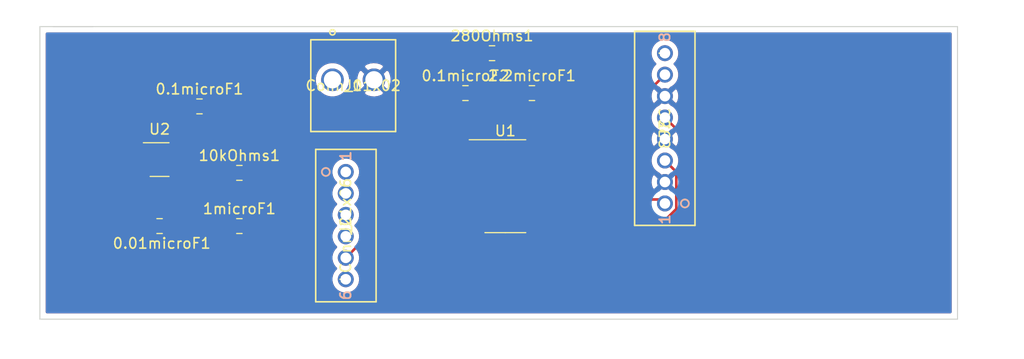
<source format=kicad_pcb>
(kicad_pcb (version 20171130) (host pcbnew "(5.1.5)-3")

  (general
    (thickness 1.6)
    (drawings 5)
    (tracks 49)
    (zones 0)
    (modules 12)
    (nets 22)
  )

  (page A4)
  (layers
    (0 F.Cu signal)
    (31 B.Cu signal)
    (32 B.Adhes user)
    (33 F.Adhes user)
    (34 B.Paste user)
    (35 F.Paste user)
    (36 B.SilkS user)
    (37 F.SilkS user)
    (38 B.Mask user)
    (39 F.Mask user)
    (40 Dwgs.User user)
    (41 Cmts.User user)
    (42 Eco1.User user)
    (43 Eco2.User user)
    (44 Edge.Cuts user)
    (45 Margin user)
    (46 B.CrtYd user)
    (47 F.CrtYd user)
    (48 B.Fab user)
    (49 F.Fab user)
  )

  (setup
    (last_trace_width 0.25)
    (trace_clearance 0.2)
    (zone_clearance 0.508)
    (zone_45_only no)
    (trace_min 0.2)
    (via_size 0.8)
    (via_drill 0.4)
    (via_min_size 0.4)
    (via_min_drill 0.3)
    (uvia_size 0.3)
    (uvia_drill 0.1)
    (uvias_allowed no)
    (uvia_min_size 0.2)
    (uvia_min_drill 0.1)
    (edge_width 0.1)
    (segment_width 0.2)
    (pcb_text_width 0.3)
    (pcb_text_size 1.5 1.5)
    (mod_edge_width 0.15)
    (mod_text_size 1 1)
    (mod_text_width 0.15)
    (pad_size 1.524 1.524)
    (pad_drill 0.762)
    (pad_to_mask_clearance 0)
    (aux_axis_origin 0 0)
    (visible_elements 7FFFFFFF)
    (pcbplotparams
      (layerselection 0x010fc_ffffffff)
      (usegerberextensions false)
      (usegerberattributes false)
      (usegerberadvancedattributes false)
      (creategerberjobfile false)
      (excludeedgelayer true)
      (linewidth 0.100000)
      (plotframeref false)
      (viasonmask false)
      (mode 1)
      (useauxorigin false)
      (hpglpennumber 1)
      (hpglpenspeed 20)
      (hpglpendiameter 15.000000)
      (psnegative false)
      (psa4output false)
      (plotreference true)
      (plotvalue true)
      (plotinvisibletext false)
      (padsonsilk false)
      (subtractmaskfromsilk false)
      (outputformat 1)
      (mirror false)
      (drillshape 1)
      (scaleselection 1)
      (outputdirectory ""))
  )

  (net 0 "")
  (net 1 GND)
  (net 2 "Net-(0.01microF1-Pad1)")
  (net 3 "Net-(0.1microF1-Pad1)")
  (net 4 +3V3)
  (net 5 MCLR)
  (net 6 9V)
  (net 7 "Net-(J2-Pad6)")
  (net 8 ICSPCLK)
  (net 9 ICSPDAT)
  (net 10 "Net-(J2-Pad3)")
  (net 11 "Net-(J3-Pad8)")
  (net 12 OS)
  (net 13 "Net-(J3-Pad5)")
  (net 14 "Net-(J3-Pad3)")
  (net 15 "Net-(J3-Pad1)")
  (net 16 "Net-(U1-Pad11)")
  (net 17 "Net-(U1-Pad9)")
  (net 18 "Net-(U1-Pad7)")
  (net 19 "Net-(U1-Pad3)")
  (net 20 "Net-(U1-Pad2)")
  (net 21 "Net-(U2-Pad3)")

  (net_class Default "This is the default net class."
    (clearance 0.2)
    (trace_width 0.25)
    (via_dia 0.8)
    (via_drill 0.4)
    (uvia_dia 0.3)
    (uvia_drill 0.1)
    (add_net +3V3)
    (add_net 9V)
    (add_net GND)
    (add_net ICSPCLK)
    (add_net ICSPDAT)
    (add_net MCLR)
    (add_net "Net-(0.01microF1-Pad1)")
    (add_net "Net-(0.1microF1-Pad1)")
    (add_net "Net-(J2-Pad3)")
    (add_net "Net-(J2-Pad6)")
    (add_net "Net-(J3-Pad1)")
    (add_net "Net-(J3-Pad3)")
    (add_net "Net-(J3-Pad5)")
    (add_net "Net-(J3-Pad8)")
    (add_net "Net-(U1-Pad11)")
    (add_net "Net-(U1-Pad2)")
    (add_net "Net-(U1-Pad3)")
    (add_net "Net-(U1-Pad7)")
    (add_net "Net-(U1-Pad9)")
    (add_net "Net-(U2-Pad3)")
    (add_net OS)
  )

  (module Package_TO_SOT_SMD:SOT-23-5 (layer F.Cu) (tedit 5A02FF57) (tstamp 5E507072)
    (at 132.08 102.87)
    (descr "5-pin SOT23 package")
    (tags SOT-23-5)
    (path /5E503A57)
    (attr smd)
    (fp_text reference U2 (at 0 -2.9) (layer F.SilkS)
      (effects (font (size 1 1) (thickness 0.15)))
    )
    (fp_text value LP2985-5.0 (at 0 2.9) (layer F.Fab)
      (effects (font (size 1 1) (thickness 0.15)))
    )
    (fp_line (start 0.9 -1.55) (end 0.9 1.55) (layer F.Fab) (width 0.1))
    (fp_line (start 0.9 1.55) (end -0.9 1.55) (layer F.Fab) (width 0.1))
    (fp_line (start -0.9 -0.9) (end -0.9 1.55) (layer F.Fab) (width 0.1))
    (fp_line (start 0.9 -1.55) (end -0.25 -1.55) (layer F.Fab) (width 0.1))
    (fp_line (start -0.9 -0.9) (end -0.25 -1.55) (layer F.Fab) (width 0.1))
    (fp_line (start -1.9 1.8) (end -1.9 -1.8) (layer F.CrtYd) (width 0.05))
    (fp_line (start 1.9 1.8) (end -1.9 1.8) (layer F.CrtYd) (width 0.05))
    (fp_line (start 1.9 -1.8) (end 1.9 1.8) (layer F.CrtYd) (width 0.05))
    (fp_line (start -1.9 -1.8) (end 1.9 -1.8) (layer F.CrtYd) (width 0.05))
    (fp_line (start 0.9 -1.61) (end -1.55 -1.61) (layer F.SilkS) (width 0.12))
    (fp_line (start -0.9 1.61) (end 0.9 1.61) (layer F.SilkS) (width 0.12))
    (fp_text user %R (at 0 0 90) (layer F.Fab)
      (effects (font (size 0.5 0.5) (thickness 0.075)))
    )
    (pad 5 smd rect (at 1.1 -0.95) (size 1.06 0.65) (layers F.Cu F.Paste F.Mask)
      (net 4 +3V3))
    (pad 4 smd rect (at 1.1 0.95) (size 1.06 0.65) (layers F.Cu F.Paste F.Mask)
      (net 2 "Net-(0.01microF1-Pad1)"))
    (pad 3 smd rect (at -1.1 0.95) (size 1.06 0.65) (layers F.Cu F.Paste F.Mask)
      (net 21 "Net-(U2-Pad3)"))
    (pad 2 smd rect (at -1.1 0) (size 1.06 0.65) (layers F.Cu F.Paste F.Mask)
      (net 1 GND))
    (pad 1 smd rect (at -1.1 -0.95) (size 1.06 0.65) (layers F.Cu F.Paste F.Mask)
      (net 6 9V))
    (model ${KISYS3DMOD}/Package_TO_SOT_SMD.3dshapes/SOT-23-5.wrl
      (at (xyz 0 0 0))
      (scale (xyz 1 1 1))
      (rotate (xyz 0 0 0))
    )
  )

  (module Package_SO:SOIC-14_3.9x8.7mm_P1.27mm (layer F.Cu) (tedit 5D9F72B1) (tstamp 5E50705D)
    (at 165.1 105.41)
    (descr "SOIC, 14 Pin (JEDEC MS-012AB, https://www.analog.com/media/en/package-pcb-resources/package/pkg_pdf/soic_narrow-r/r_14.pdf), generated with kicad-footprint-generator ipc_gullwing_generator.py")
    (tags "SOIC SO")
    (path /5E45C9E5)
    (attr smd)
    (fp_text reference U1 (at 0 -5.28) (layer F.SilkS)
      (effects (font (size 1 1) (thickness 0.15)))
    )
    (fp_text value PIC16LF18325-ISL (at 0 5.28) (layer F.Fab)
      (effects (font (size 1 1) (thickness 0.15)))
    )
    (fp_text user %R (at 0 0) (layer F.Fab)
      (effects (font (size 0.98 0.98) (thickness 0.15)))
    )
    (fp_line (start 3.7 -4.58) (end -3.7 -4.58) (layer F.CrtYd) (width 0.05))
    (fp_line (start 3.7 4.58) (end 3.7 -4.58) (layer F.CrtYd) (width 0.05))
    (fp_line (start -3.7 4.58) (end 3.7 4.58) (layer F.CrtYd) (width 0.05))
    (fp_line (start -3.7 -4.58) (end -3.7 4.58) (layer F.CrtYd) (width 0.05))
    (fp_line (start -1.95 -3.35) (end -0.975 -4.325) (layer F.Fab) (width 0.1))
    (fp_line (start -1.95 4.325) (end -1.95 -3.35) (layer F.Fab) (width 0.1))
    (fp_line (start 1.95 4.325) (end -1.95 4.325) (layer F.Fab) (width 0.1))
    (fp_line (start 1.95 -4.325) (end 1.95 4.325) (layer F.Fab) (width 0.1))
    (fp_line (start -0.975 -4.325) (end 1.95 -4.325) (layer F.Fab) (width 0.1))
    (fp_line (start 0 -4.435) (end -3.45 -4.435) (layer F.SilkS) (width 0.12))
    (fp_line (start 0 -4.435) (end 1.95 -4.435) (layer F.SilkS) (width 0.12))
    (fp_line (start 0 4.435) (end -1.95 4.435) (layer F.SilkS) (width 0.12))
    (fp_line (start 0 4.435) (end 1.95 4.435) (layer F.SilkS) (width 0.12))
    (pad 14 smd roundrect (at 2.475 -3.81) (size 1.95 0.6) (layers F.Cu F.Paste F.Mask) (roundrect_rratio 0.25)
      (net 1 GND))
    (pad 13 smd roundrect (at 2.475 -2.54) (size 1.95 0.6) (layers F.Cu F.Paste F.Mask) (roundrect_rratio 0.25)
      (net 9 ICSPDAT))
    (pad 12 smd roundrect (at 2.475 -1.27) (size 1.95 0.6) (layers F.Cu F.Paste F.Mask) (roundrect_rratio 0.25)
      (net 8 ICSPCLK))
    (pad 11 smd roundrect (at 2.475 0) (size 1.95 0.6) (layers F.Cu F.Paste F.Mask) (roundrect_rratio 0.25)
      (net 16 "Net-(U1-Pad11)"))
    (pad 10 smd roundrect (at 2.475 1.27) (size 1.95 0.6) (layers F.Cu F.Paste F.Mask) (roundrect_rratio 0.25)
      (net 15 "Net-(J3-Pad1)"))
    (pad 9 smd roundrect (at 2.475 2.54) (size 1.95 0.6) (layers F.Cu F.Paste F.Mask) (roundrect_rratio 0.25)
      (net 17 "Net-(U1-Pad9)"))
    (pad 8 smd roundrect (at 2.475 3.81) (size 1.95 0.6) (layers F.Cu F.Paste F.Mask) (roundrect_rratio 0.25)
      (net 14 "Net-(J3-Pad3)"))
    (pad 7 smd roundrect (at -2.475 3.81) (size 1.95 0.6) (layers F.Cu F.Paste F.Mask) (roundrect_rratio 0.25)
      (net 18 "Net-(U1-Pad7)"))
    (pad 6 smd roundrect (at -2.475 2.54) (size 1.95 0.6) (layers F.Cu F.Paste F.Mask) (roundrect_rratio 0.25)
      (net 13 "Net-(J3-Pad5)"))
    (pad 5 smd roundrect (at -2.475 1.27) (size 1.95 0.6) (layers F.Cu F.Paste F.Mask) (roundrect_rratio 0.25)
      (net 12 OS))
    (pad 4 smd roundrect (at -2.475 0) (size 1.95 0.6) (layers F.Cu F.Paste F.Mask) (roundrect_rratio 0.25)
      (net 5 MCLR))
    (pad 3 smd roundrect (at -2.475 -1.27) (size 1.95 0.6) (layers F.Cu F.Paste F.Mask) (roundrect_rratio 0.25)
      (net 19 "Net-(U1-Pad3)"))
    (pad 2 smd roundrect (at -2.475 -2.54) (size 1.95 0.6) (layers F.Cu F.Paste F.Mask) (roundrect_rratio 0.25)
      (net 20 "Net-(U1-Pad2)"))
    (pad 1 smd roundrect (at -2.475 -3.81) (size 1.95 0.6) (layers F.Cu F.Paste F.Mask) (roundrect_rratio 0.25)
      (net 4 +3V3))
    (model ${KISYS3DMOD}/Package_SO.3dshapes/SOIC-14_3.9x8.7mm_P1.27mm.wrl
      (at (xyz 0 0 0))
      (scale (xyz 1 1 1))
      (rotate (xyz 0 0 0))
    )
  )

  (module "8 pin Connector:1735446-8" (layer F.Cu) (tedit 0) (tstamp 5E50703D)
    (at 180.34 92.71 90)
    (path /5E4896D7)
    (fp_text reference J3 (at -7.175 0 90) (layer F.SilkS)
      (effects (font (size 1 1) (thickness 0.15)))
    )
    (fp_text value 8P8C (at -7.175 0 90) (layer F.SilkS)
      (effects (font (size 1 1) (thickness 0.15)))
    )
    (fp_circle (center -14.349999 1.905) (end -13.968999 1.905) (layer F.Fab) (width 0.1524))
    (fp_circle (center -14.349999 1.905) (end -13.968999 1.905) (layer B.SilkS) (width 0.1524))
    (fp_circle (center -14.349999 1.905) (end -13.968999 1.905) (layer F.SilkS) (width 0.1524))
    (fp_line (start 2.223 -3.0226) (end -16.573 -3.0226) (layer F.CrtYd) (width 0.1524))
    (fp_line (start 2.223 2.9972) (end 2.223 -3.0226) (layer F.CrtYd) (width 0.1524))
    (fp_line (start -16.573 2.9972) (end 2.223 2.9972) (layer F.CrtYd) (width 0.1524))
    (fp_line (start -16.573 -3.0226) (end -16.573 2.9972) (layer F.CrtYd) (width 0.1524))
    (fp_line (start -16.319 -2.7686) (end -16.319 2.7432) (layer F.Fab) (width 0.1524))
    (fp_line (start 1.969 -2.7686) (end -16.319 -2.7686) (layer F.Fab) (width 0.1524))
    (fp_line (start 1.969 2.7432) (end 1.969 -2.7686) (layer F.Fab) (width 0.1524))
    (fp_line (start -16.319 2.7432) (end 1.969 2.7432) (layer F.Fab) (width 0.1524))
    (fp_line (start -16.446 -2.8956) (end -16.446 2.8702) (layer F.SilkS) (width 0.1524))
    (fp_line (start 2.096 -2.8956) (end -16.446 -2.8956) (layer F.SilkS) (width 0.1524))
    (fp_line (start 2.096 2.8702) (end 2.096 -2.8956) (layer F.SilkS) (width 0.1524))
    (fp_line (start -16.446 2.8702) (end 2.096 2.8702) (layer F.SilkS) (width 0.1524))
    (fp_text user 8 (at 1.524 0 90) (layer B.SilkS)
      (effects (font (size 1 1) (thickness 0.15)))
    )
    (fp_text user 8 (at 1.524 0 90) (layer B.SilkS)
      (effects (font (size 1 1) (thickness 0.15)))
    )
    (fp_text user 1 (at -15.873999 0 90) (layer B.SilkS)
      (effects (font (size 1 1) (thickness 0.15)))
    )
    (fp_text user 1 (at -15.873999 0 90) (layer B.SilkS)
      (effects (font (size 1 1) (thickness 0.15)))
    )
    (fp_text user 8 (at 1.524 0 90) (layer F.Fab)
      (effects (font (size 1 1) (thickness 0.15)))
    )
    (fp_text user 8 (at 1.524 0 90) (layer F.Fab)
      (effects (font (size 1 1) (thickness 0.15)))
    )
    (fp_text user 1 (at -15.873999 0 90) (layer F.Fab)
      (effects (font (size 1 1) (thickness 0.15)))
    )
    (fp_text user 1 (at -15.873999 0 90) (layer F.Fab)
      (effects (font (size 1 1) (thickness 0.15)))
    )
    (fp_text user 8 (at 1.524 0 90) (layer F.SilkS)
      (effects (font (size 1 1) (thickness 0.15)))
    )
    (fp_text user 8 (at 1.524 0 90) (layer F.SilkS)
      (effects (font (size 1 1) (thickness 0.15)))
    )
    (fp_text user 1 (at -15.873999 0 90) (layer F.SilkS)
      (effects (font (size 1 1) (thickness 0.15)))
    )
    (fp_text user 1 (at -15.873999 0 90) (layer F.SilkS)
      (effects (font (size 1 1) (thickness 0.15)))
    )
    (fp_text user * (at 0 0 90) (layer F.Fab)
      (effects (font (size 1 1) (thickness 0.15)))
    )
    (fp_text user * (at 0 0 90) (layer F.SilkS)
      (effects (font (size 1 1) (thickness 0.15)))
    )
    (fp_text user "Copyright 2016 Accelerated Designs. All rights reserved." (at 0 0 90) (layer Cmts.User)
      (effects (font (size 0.127 0.127) (thickness 0.002)))
    )
    (pad 8 thru_hole circle (at 0 0 90) (size 1.524 1.524) (drill 1.016) (layers *.Cu *.Mask)
      (net 11 "Net-(J3-Pad8)"))
    (pad 7 thru_hole circle (at -2.050001 0 90) (size 1.524 1.524) (drill 1.016) (layers *.Cu *.Mask)
      (net 12 OS))
    (pad 6 thru_hole circle (at -4.1 0 90) (size 1.524 1.524) (drill 1.016) (layers *.Cu *.Mask)
      (net 1 GND))
    (pad 5 thru_hole circle (at -6.150001 0 90) (size 1.524 1.524) (drill 1.016) (layers *.Cu *.Mask)
      (net 13 "Net-(J3-Pad5)"))
    (pad 4 thru_hole circle (at -8.199999 0 90) (size 1.524 1.524) (drill 1.016) (layers *.Cu *.Mask)
      (net 1 GND))
    (pad 3 thru_hole circle (at -10.25 0 90) (size 1.524 1.524) (drill 1.016) (layers *.Cu *.Mask)
      (net 14 "Net-(J3-Pad3)"))
    (pad 2 thru_hole circle (at -12.300001 0 90) (size 1.524 1.524) (drill 1.016) (layers *.Cu *.Mask)
      (net 1 GND))
    (pad 1 thru_hole circle (at -14.35 0 90) (size 1.524 1.524) (drill 1.016) (layers *.Cu *.Mask)
      (net 15 "Net-(J3-Pad1)"))
  )

  (module "6 pin Connector:1735446-6" (layer F.Cu) (tedit 0) (tstamp 5E507013)
    (at 149.86 114.3 270)
    (path /5E4CF4FF)
    (fp_text reference J2 (at -5.125 0 90) (layer F.SilkS)
      (effects (font (size 1 1) (thickness 0.15)))
    )
    (fp_text value Conn_01x06 (at -5.125 0 90) (layer F.SilkS)
      (effects (font (size 1 1) (thickness 0.15)))
    )
    (fp_circle (center -10.250001 1.905) (end -9.869001 1.905) (layer F.Fab) (width 0.1524))
    (fp_circle (center -10.250001 1.905) (end -9.869001 1.905) (layer B.SilkS) (width 0.1524))
    (fp_circle (center -10.250001 1.905) (end -9.869001 1.905) (layer F.SilkS) (width 0.1524))
    (fp_line (start 2.2791 -3.0226) (end -12.5291 -3.0226) (layer F.CrtYd) (width 0.1524))
    (fp_line (start 2.2791 2.9972) (end 2.2791 -3.0226) (layer F.CrtYd) (width 0.1524))
    (fp_line (start -12.5291 2.9972) (end 2.2791 2.9972) (layer F.CrtYd) (width 0.1524))
    (fp_line (start -12.5291 -3.0226) (end -12.5291 2.9972) (layer F.CrtYd) (width 0.1524))
    (fp_line (start -12.2751 -2.7686) (end -12.2751 2.7432) (layer F.Fab) (width 0.1524))
    (fp_line (start 2.0251 -2.7686) (end -12.2751 -2.7686) (layer F.Fab) (width 0.1524))
    (fp_line (start 2.0251 2.7432) (end 2.0251 -2.7686) (layer F.Fab) (width 0.1524))
    (fp_line (start -12.2751 2.7432) (end 2.0251 2.7432) (layer F.Fab) (width 0.1524))
    (fp_line (start -12.4021 -2.8956) (end -12.4021 2.8702) (layer F.SilkS) (width 0.1524))
    (fp_line (start 2.1521 -2.8956) (end -12.4021 -2.8956) (layer F.SilkS) (width 0.1524))
    (fp_line (start 2.1521 2.8702) (end 2.1521 -2.8956) (layer F.SilkS) (width 0.1524))
    (fp_line (start -12.4021 2.8702) (end 2.1521 2.8702) (layer F.SilkS) (width 0.1524))
    (fp_text user 6 (at 1.523999 0 90) (layer B.SilkS)
      (effects (font (size 1 1) (thickness 0.15)))
    )
    (fp_text user 6 (at 1.523999 0 90) (layer B.SilkS)
      (effects (font (size 1 1) (thickness 0.15)))
    )
    (fp_text user 1 (at -11.774001 0 90) (layer B.SilkS)
      (effects (font (size 1 1) (thickness 0.15)))
    )
    (fp_text user 1 (at -11.774001 0 90) (layer B.SilkS)
      (effects (font (size 1 1) (thickness 0.15)))
    )
    (fp_text user 6 (at 1.523999 0 90) (layer F.Fab)
      (effects (font (size 1 1) (thickness 0.15)))
    )
    (fp_text user 6 (at 1.523999 0 90) (layer F.Fab)
      (effects (font (size 1 1) (thickness 0.15)))
    )
    (fp_text user 1 (at -11.774001 0 90) (layer F.Fab)
      (effects (font (size 1 1) (thickness 0.15)))
    )
    (fp_text user 1 (at -11.774001 0 90) (layer F.Fab)
      (effects (font (size 1 1) (thickness 0.15)))
    )
    (fp_text user 6 (at 1.523999 0 90) (layer F.SilkS)
      (effects (font (size 1 1) (thickness 0.15)))
    )
    (fp_text user 6 (at 1.523999 0 90) (layer F.SilkS)
      (effects (font (size 1 1) (thickness 0.15)))
    )
    (fp_text user 1 (at -11.774001 0 90) (layer F.SilkS)
      (effects (font (size 1 1) (thickness 0.15)))
    )
    (fp_text user 1 (at -11.774001 0 90) (layer F.SilkS)
      (effects (font (size 1 1) (thickness 0.15)))
    )
    (fp_text user * (at 0 0 90) (layer F.Fab)
      (effects (font (size 1 1) (thickness 0.15)))
    )
    (fp_text user * (at 0 0 90) (layer F.SilkS)
      (effects (font (size 1 1) (thickness 0.15)))
    )
    (fp_text user "Copyright 2016 Accelerated Designs. All rights reserved." (at 0 0 90) (layer Cmts.User)
      (effects (font (size 0.127 0.127) (thickness 0.002)))
    )
    (pad 6 thru_hole circle (at -0.000001 0 270) (size 1.524 1.524) (drill 1.016) (layers *.Cu *.Mask)
      (net 7 "Net-(J2-Pad6)"))
    (pad 5 thru_hole circle (at -2.05 0 270) (size 1.524 1.524) (drill 1.016) (layers *.Cu *.Mask)
      (net 8 ICSPCLK))
    (pad 4 thru_hole circle (at -4.100001 0 270) (size 1.524 1.524) (drill 1.016) (layers *.Cu *.Mask)
      (net 9 ICSPDAT))
    (pad 3 thru_hole circle (at -6.149999 0 270) (size 1.524 1.524) (drill 1.016) (layers *.Cu *.Mask)
      (net 10 "Net-(J2-Pad3)"))
    (pad 2 thru_hole circle (at -8.2 0 270) (size 1.524 1.524) (drill 1.016) (layers *.Cu *.Mask)
      (net 4 +3V3))
    (pad 1 thru_hole circle (at -10.250001 0 270) (size 1.524 1.524) (drill 1.016) (layers *.Cu *.Mask)
      (net 5 MCLR))
  )

  (module "2 pin Connector:1-1123723-2" (layer F.Cu) (tedit 0) (tstamp 5E506FEB)
    (at 148.59 95.25)
    (path /5E4C1D90)
    (fp_text reference J1 (at 1.9812 0.5588) (layer F.SilkS)
      (effects (font (size 1 1) (thickness 0.15)))
    )
    (fp_text value Conn_01x02 (at 1.9812 0.5588) (layer F.SilkS)
      (effects (font (size 1 1) (thickness 0.15)))
    )
    (fp_circle (center 0 -3.3147) (end 0.254 -3.3147) (layer F.Fab) (width 0.1524))
    (fp_circle (center 0 -4.5339) (end 0.254 -4.5339) (layer F.SilkS) (width 0.1524))
    (fp_line (start 6.1595 -3.9497) (end -2.1971 -3.9497) (layer F.CrtYd) (width 0.1524))
    (fp_line (start 6.1595 5.0673) (end 6.1595 -3.9497) (layer F.CrtYd) (width 0.1524))
    (fp_line (start -2.1971 5.0673) (end 6.1595 5.0673) (layer F.CrtYd) (width 0.1524))
    (fp_line (start -2.1971 -3.9497) (end -2.1971 5.0673) (layer F.CrtYd) (width 0.1524))
    (fp_line (start -1.9431 -3.6957) (end -1.9431 4.8133) (layer F.Fab) (width 0.1524))
    (fp_line (start 5.9055 -3.6957) (end -1.9431 -3.6957) (layer F.Fab) (width 0.1524))
    (fp_line (start 5.9055 4.8133) (end 5.9055 -3.6957) (layer F.Fab) (width 0.1524))
    (fp_line (start -1.9431 4.8133) (end 5.9055 4.8133) (layer F.Fab) (width 0.1524))
    (fp_line (start -2.0701 -3.8227) (end -2.0701 4.9403) (layer F.SilkS) (width 0.1524))
    (fp_line (start 6.0325 -3.8227) (end -2.0701 -3.8227) (layer F.SilkS) (width 0.1524))
    (fp_line (start 6.0325 4.9403) (end 6.0325 -3.8227) (layer F.SilkS) (width 0.1524))
    (fp_line (start -2.0701 4.9403) (end 6.0325 4.9403) (layer F.SilkS) (width 0.1524))
    (fp_text user * (at 0 0) (layer F.Fab)
      (effects (font (size 1 1) (thickness 0.15)))
    )
    (fp_text user * (at 0 0) (layer F.SilkS)
      (effects (font (size 1 1) (thickness 0.15)))
    )
    (fp_text user "Copyright 2016 Accelerated Designs. All rights reserved." (at 0 0) (layer Cmts.User)
      (effects (font (size 0.127 0.127) (thickness 0.002)))
    )
    (pad 2 thru_hole circle (at 3.9624 0) (size 2.159 2.159) (drill 1.651) (layers *.Cu *.Mask)
      (net 1 GND))
    (pad 1 thru_hole circle (at 0 0) (size 2.159 2.159) (drill 1.651) (layers *.Cu *.Mask)
      (net 6 9V))
  )

  (module Resistor_SMD:R_0805_2012Metric (layer F.Cu) (tedit 5B36C52B) (tstamp 5E506FD4)
    (at 163.83 92.71)
    (descr "Resistor SMD 0805 (2012 Metric), square (rectangular) end terminal, IPC_7351 nominal, (Body size source: https://docs.google.com/spreadsheets/d/1BsfQQcO9C6DZCsRaXUlFlo91Tg2WpOkGARC1WS5S8t0/edit?usp=sharing), generated with kicad-footprint-generator")
    (tags resistor)
    (path /5E48FA72)
    (attr smd)
    (fp_text reference 280Ohms1 (at 0 -1.65) (layer F.SilkS)
      (effects (font (size 1 1) (thickness 0.15)))
    )
    (fp_text value R2 (at 0 1.65) (layer F.Fab)
      (effects (font (size 1 1) (thickness 0.15)))
    )
    (fp_text user %R (at 0 0) (layer F.Fab)
      (effects (font (size 0.5 0.5) (thickness 0.08)))
    )
    (fp_line (start 1.68 0.95) (end -1.68 0.95) (layer F.CrtYd) (width 0.05))
    (fp_line (start 1.68 -0.95) (end 1.68 0.95) (layer F.CrtYd) (width 0.05))
    (fp_line (start -1.68 -0.95) (end 1.68 -0.95) (layer F.CrtYd) (width 0.05))
    (fp_line (start -1.68 0.95) (end -1.68 -0.95) (layer F.CrtYd) (width 0.05))
    (fp_line (start -0.258578 0.71) (end 0.258578 0.71) (layer F.SilkS) (width 0.12))
    (fp_line (start -0.258578 -0.71) (end 0.258578 -0.71) (layer F.SilkS) (width 0.12))
    (fp_line (start 1 0.6) (end -1 0.6) (layer F.Fab) (width 0.1))
    (fp_line (start 1 -0.6) (end 1 0.6) (layer F.Fab) (width 0.1))
    (fp_line (start -1 -0.6) (end 1 -0.6) (layer F.Fab) (width 0.1))
    (fp_line (start -1 0.6) (end -1 -0.6) (layer F.Fab) (width 0.1))
    (pad 2 smd roundrect (at 0.9375 0) (size 0.975 1.4) (layers F.Cu F.Paste F.Mask) (roundrect_rratio 0.25)
      (net 5 MCLR))
    (pad 1 smd roundrect (at -0.9375 0) (size 0.975 1.4) (layers F.Cu F.Paste F.Mask) (roundrect_rratio 0.25)
      (net 3 "Net-(0.1microF1-Pad1)"))
    (model ${KISYS3DMOD}/Resistor_SMD.3dshapes/R_0805_2012Metric.wrl
      (at (xyz 0 0 0))
      (scale (xyz 1 1 1))
      (rotate (xyz 0 0 0))
    )
  )

  (module Capacitor_SMD:C_0805_2012Metric (layer F.Cu) (tedit 5B36C52B) (tstamp 5E506FC3)
    (at 167.64 96.52)
    (descr "Capacitor SMD 0805 (2012 Metric), square (rectangular) end terminal, IPC_7351 nominal, (Body size source: https://docs.google.com/spreadsheets/d/1BsfQQcO9C6DZCsRaXUlFlo91Tg2WpOkGARC1WS5S8t0/edit?usp=sharing), generated with kicad-footprint-generator")
    (tags capacitor)
    (path /5E5060A9)
    (attr smd)
    (fp_text reference 2.2microF1 (at 0 -1.65) (layer F.SilkS)
      (effects (font (size 1 1) (thickness 0.15)))
    )
    (fp_text value "C(OUT)" (at 0 1.65) (layer F.Fab)
      (effects (font (size 1 1) (thickness 0.15)))
    )
    (fp_text user %R (at 0 0) (layer F.Fab)
      (effects (font (size 0.5 0.5) (thickness 0.08)))
    )
    (fp_line (start 1.68 0.95) (end -1.68 0.95) (layer F.CrtYd) (width 0.05))
    (fp_line (start 1.68 -0.95) (end 1.68 0.95) (layer F.CrtYd) (width 0.05))
    (fp_line (start -1.68 -0.95) (end 1.68 -0.95) (layer F.CrtYd) (width 0.05))
    (fp_line (start -1.68 0.95) (end -1.68 -0.95) (layer F.CrtYd) (width 0.05))
    (fp_line (start -0.258578 0.71) (end 0.258578 0.71) (layer F.SilkS) (width 0.12))
    (fp_line (start -0.258578 -0.71) (end 0.258578 -0.71) (layer F.SilkS) (width 0.12))
    (fp_line (start 1 0.6) (end -1 0.6) (layer F.Fab) (width 0.1))
    (fp_line (start 1 -0.6) (end 1 0.6) (layer F.Fab) (width 0.1))
    (fp_line (start -1 -0.6) (end 1 -0.6) (layer F.Fab) (width 0.1))
    (fp_line (start -1 0.6) (end -1 -0.6) (layer F.Fab) (width 0.1))
    (pad 2 smd roundrect (at 0.9375 0) (size 0.975 1.4) (layers F.Cu F.Paste F.Mask) (roundrect_rratio 0.25)
      (net 4 +3V3))
    (pad 1 smd roundrect (at -0.9375 0) (size 0.975 1.4) (layers F.Cu F.Paste F.Mask) (roundrect_rratio 0.25)
      (net 1 GND))
    (model ${KISYS3DMOD}/Capacitor_SMD.3dshapes/C_0805_2012Metric.wrl
      (at (xyz 0 0 0))
      (scale (xyz 1 1 1))
      (rotate (xyz 0 0 0))
    )
  )

  (module Capacitor_SMD:C_0805_2012Metric (layer F.Cu) (tedit 5B36C52B) (tstamp 5E506FB2)
    (at 139.7 109.22)
    (descr "Capacitor SMD 0805 (2012 Metric), square (rectangular) end terminal, IPC_7351 nominal, (Body size source: https://docs.google.com/spreadsheets/d/1BsfQQcO9C6DZCsRaXUlFlo91Tg2WpOkGARC1WS5S8t0/edit?usp=sharing), generated with kicad-footprint-generator")
    (tags capacitor)
    (path /5E505430)
    (attr smd)
    (fp_text reference 1microF1 (at 0 -1.65) (layer F.SilkS)
      (effects (font (size 1 1) (thickness 0.15)))
    )
    (fp_text value "C(IN)" (at 0 1.65) (layer F.Fab)
      (effects (font (size 1 1) (thickness 0.15)))
    )
    (fp_text user %R (at 0 0) (layer F.Fab)
      (effects (font (size 0.5 0.5) (thickness 0.08)))
    )
    (fp_line (start 1.68 0.95) (end -1.68 0.95) (layer F.CrtYd) (width 0.05))
    (fp_line (start 1.68 -0.95) (end 1.68 0.95) (layer F.CrtYd) (width 0.05))
    (fp_line (start -1.68 -0.95) (end 1.68 -0.95) (layer F.CrtYd) (width 0.05))
    (fp_line (start -1.68 0.95) (end -1.68 -0.95) (layer F.CrtYd) (width 0.05))
    (fp_line (start -0.258578 0.71) (end 0.258578 0.71) (layer F.SilkS) (width 0.12))
    (fp_line (start -0.258578 -0.71) (end 0.258578 -0.71) (layer F.SilkS) (width 0.12))
    (fp_line (start 1 0.6) (end -1 0.6) (layer F.Fab) (width 0.1))
    (fp_line (start 1 -0.6) (end 1 0.6) (layer F.Fab) (width 0.1))
    (fp_line (start -1 -0.6) (end 1 -0.6) (layer F.Fab) (width 0.1))
    (fp_line (start -1 0.6) (end -1 -0.6) (layer F.Fab) (width 0.1))
    (pad 2 smd roundrect (at 0.9375 0) (size 0.975 1.4) (layers F.Cu F.Paste F.Mask) (roundrect_rratio 0.25)
      (net 1 GND))
    (pad 1 smd roundrect (at -0.9375 0) (size 0.975 1.4) (layers F.Cu F.Paste F.Mask) (roundrect_rratio 0.25)
      (net 6 9V))
    (model ${KISYS3DMOD}/Capacitor_SMD.3dshapes/C_0805_2012Metric.wrl
      (at (xyz 0 0 0))
      (scale (xyz 1 1 1))
      (rotate (xyz 0 0 0))
    )
  )

  (module Resistor_SMD:R_0805_2012Metric (layer F.Cu) (tedit 5B36C52B) (tstamp 5E506FA1)
    (at 139.7 104.14)
    (descr "Resistor SMD 0805 (2012 Metric), square (rectangular) end terminal, IPC_7351 nominal, (Body size source: https://docs.google.com/spreadsheets/d/1BsfQQcO9C6DZCsRaXUlFlo91Tg2WpOkGARC1WS5S8t0/edit?usp=sharing), generated with kicad-footprint-generator")
    (tags resistor)
    (path /5E4902CD)
    (attr smd)
    (fp_text reference 10kOhms1 (at 0 -1.65) (layer F.SilkS)
      (effects (font (size 1 1) (thickness 0.15)))
    )
    (fp_text value R1 (at 0 1.65) (layer F.Fab)
      (effects (font (size 1 1) (thickness 0.15)))
    )
    (fp_text user %R (at 0 0) (layer F.Fab)
      (effects (font (size 0.5 0.5) (thickness 0.08)))
    )
    (fp_line (start 1.68 0.95) (end -1.68 0.95) (layer F.CrtYd) (width 0.05))
    (fp_line (start 1.68 -0.95) (end 1.68 0.95) (layer F.CrtYd) (width 0.05))
    (fp_line (start -1.68 -0.95) (end 1.68 -0.95) (layer F.CrtYd) (width 0.05))
    (fp_line (start -1.68 0.95) (end -1.68 -0.95) (layer F.CrtYd) (width 0.05))
    (fp_line (start -0.258578 0.71) (end 0.258578 0.71) (layer F.SilkS) (width 0.12))
    (fp_line (start -0.258578 -0.71) (end 0.258578 -0.71) (layer F.SilkS) (width 0.12))
    (fp_line (start 1 0.6) (end -1 0.6) (layer F.Fab) (width 0.1))
    (fp_line (start 1 -0.6) (end 1 0.6) (layer F.Fab) (width 0.1))
    (fp_line (start -1 -0.6) (end 1 -0.6) (layer F.Fab) (width 0.1))
    (fp_line (start -1 0.6) (end -1 -0.6) (layer F.Fab) (width 0.1))
    (pad 2 smd roundrect (at 0.9375 0) (size 0.975 1.4) (layers F.Cu F.Paste F.Mask) (roundrect_rratio 0.25)
      (net 3 "Net-(0.1microF1-Pad1)"))
    (pad 1 smd roundrect (at -0.9375 0) (size 0.975 1.4) (layers F.Cu F.Paste F.Mask) (roundrect_rratio 0.25)
      (net 4 +3V3))
    (model ${KISYS3DMOD}/Resistor_SMD.3dshapes/R_0805_2012Metric.wrl
      (at (xyz 0 0 0))
      (scale (xyz 1 1 1))
      (rotate (xyz 0 0 0))
    )
  )

  (module Capacitor_SMD:C_0805_2012Metric (layer F.Cu) (tedit 5B36C52B) (tstamp 5E506F90)
    (at 161.29 96.52)
    (descr "Capacitor SMD 0805 (2012 Metric), square (rectangular) end terminal, IPC_7351 nominal, (Body size source: https://docs.google.com/spreadsheets/d/1BsfQQcO9C6DZCsRaXUlFlo91Tg2WpOkGARC1WS5S8t0/edit?usp=sharing), generated with kicad-footprint-generator")
    (tags capacitor)
    (path /5E48E0AF)
    (attr smd)
    (fp_text reference 0.1microF2 (at 0 -1.65) (layer F.SilkS)
      (effects (font (size 1 1) (thickness 0.15)))
    )
    (fp_text value C2 (at 0 1.65) (layer F.Fab)
      (effects (font (size 1 1) (thickness 0.15)))
    )
    (fp_text user %R (at 0 0) (layer F.Fab)
      (effects (font (size 0.5 0.5) (thickness 0.08)))
    )
    (fp_line (start 1.68 0.95) (end -1.68 0.95) (layer F.CrtYd) (width 0.05))
    (fp_line (start 1.68 -0.95) (end 1.68 0.95) (layer F.CrtYd) (width 0.05))
    (fp_line (start -1.68 -0.95) (end 1.68 -0.95) (layer F.CrtYd) (width 0.05))
    (fp_line (start -1.68 0.95) (end -1.68 -0.95) (layer F.CrtYd) (width 0.05))
    (fp_line (start -0.258578 0.71) (end 0.258578 0.71) (layer F.SilkS) (width 0.12))
    (fp_line (start -0.258578 -0.71) (end 0.258578 -0.71) (layer F.SilkS) (width 0.12))
    (fp_line (start 1 0.6) (end -1 0.6) (layer F.Fab) (width 0.1))
    (fp_line (start 1 -0.6) (end 1 0.6) (layer F.Fab) (width 0.1))
    (fp_line (start -1 -0.6) (end 1 -0.6) (layer F.Fab) (width 0.1))
    (fp_line (start -1 0.6) (end -1 -0.6) (layer F.Fab) (width 0.1))
    (pad 2 smd roundrect (at 0.9375 0) (size 0.975 1.4) (layers F.Cu F.Paste F.Mask) (roundrect_rratio 0.25)
      (net 4 +3V3))
    (pad 1 smd roundrect (at -0.9375 0) (size 0.975 1.4) (layers F.Cu F.Paste F.Mask) (roundrect_rratio 0.25)
      (net 1 GND))
    (model ${KISYS3DMOD}/Capacitor_SMD.3dshapes/C_0805_2012Metric.wrl
      (at (xyz 0 0 0))
      (scale (xyz 1 1 1))
      (rotate (xyz 0 0 0))
    )
  )

  (module Capacitor_SMD:C_0805_2012Metric (layer F.Cu) (tedit 5B36C52B) (tstamp 5E506F7F)
    (at 135.89 97.79)
    (descr "Capacitor SMD 0805 (2012 Metric), square (rectangular) end terminal, IPC_7351 nominal, (Body size source: https://docs.google.com/spreadsheets/d/1BsfQQcO9C6DZCsRaXUlFlo91Tg2WpOkGARC1WS5S8t0/edit?usp=sharing), generated with kicad-footprint-generator")
    (tags capacitor)
    (path /5E48F17E)
    (attr smd)
    (fp_text reference 0.1microF1 (at 0 -1.65) (layer F.SilkS)
      (effects (font (size 1 1) (thickness 0.15)))
    )
    (fp_text value C1 (at 0 1.65) (layer F.Fab)
      (effects (font (size 1 1) (thickness 0.15)))
    )
    (fp_text user %R (at 0 0) (layer F.Fab)
      (effects (font (size 0.5 0.5) (thickness 0.08)))
    )
    (fp_line (start 1.68 0.95) (end -1.68 0.95) (layer F.CrtYd) (width 0.05))
    (fp_line (start 1.68 -0.95) (end 1.68 0.95) (layer F.CrtYd) (width 0.05))
    (fp_line (start -1.68 -0.95) (end 1.68 -0.95) (layer F.CrtYd) (width 0.05))
    (fp_line (start -1.68 0.95) (end -1.68 -0.95) (layer F.CrtYd) (width 0.05))
    (fp_line (start -0.258578 0.71) (end 0.258578 0.71) (layer F.SilkS) (width 0.12))
    (fp_line (start -0.258578 -0.71) (end 0.258578 -0.71) (layer F.SilkS) (width 0.12))
    (fp_line (start 1 0.6) (end -1 0.6) (layer F.Fab) (width 0.1))
    (fp_line (start 1 -0.6) (end 1 0.6) (layer F.Fab) (width 0.1))
    (fp_line (start -1 -0.6) (end 1 -0.6) (layer F.Fab) (width 0.1))
    (fp_line (start -1 0.6) (end -1 -0.6) (layer F.Fab) (width 0.1))
    (pad 2 smd roundrect (at 0.9375 0) (size 0.975 1.4) (layers F.Cu F.Paste F.Mask) (roundrect_rratio 0.25)
      (net 1 GND))
    (pad 1 smd roundrect (at -0.9375 0) (size 0.975 1.4) (layers F.Cu F.Paste F.Mask) (roundrect_rratio 0.25)
      (net 3 "Net-(0.1microF1-Pad1)"))
    (model ${KISYS3DMOD}/Capacitor_SMD.3dshapes/C_0805_2012Metric.wrl
      (at (xyz 0 0 0))
      (scale (xyz 1 1 1))
      (rotate (xyz 0 0 0))
    )
  )

  (module Capacitor_SMD:C_0805_2012Metric (layer F.Cu) (tedit 5B36C52B) (tstamp 5E506F6E)
    (at 132.08 109.22 180)
    (descr "Capacitor SMD 0805 (2012 Metric), square (rectangular) end terminal, IPC_7351 nominal, (Body size source: https://docs.google.com/spreadsheets/d/1BsfQQcO9C6DZCsRaXUlFlo91Tg2WpOkGARC1WS5S8t0/edit?usp=sharing), generated with kicad-footprint-generator")
    (tags capacitor)
    (path /5E505A59)
    (attr smd)
    (fp_text reference 0.01microF1 (at -0.205001 -1.65) (layer F.SilkS)
      (effects (font (size 1 1) (thickness 0.15)))
    )
    (fp_text value "C(BYPASS)" (at 0 1.65) (layer F.Fab)
      (effects (font (size 1 1) (thickness 0.15)))
    )
    (fp_text user %R (at -1.6025 -1.27) (layer F.Fab)
      (effects (font (size 0.5 0.5) (thickness 0.08)))
    )
    (fp_line (start 1.68 0.95) (end -1.68 0.95) (layer F.CrtYd) (width 0.05))
    (fp_line (start 1.68 -0.95) (end 1.68 0.95) (layer F.CrtYd) (width 0.05))
    (fp_line (start -1.68 -0.95) (end 1.68 -0.95) (layer F.CrtYd) (width 0.05))
    (fp_line (start -1.68 0.95) (end -1.68 -0.95) (layer F.CrtYd) (width 0.05))
    (fp_line (start -0.258578 0.71) (end 0.258578 0.71) (layer F.SilkS) (width 0.12))
    (fp_line (start -0.258578 -0.71) (end 0.258578 -0.71) (layer F.SilkS) (width 0.12))
    (fp_line (start 1 0.6) (end -1 0.6) (layer F.Fab) (width 0.1))
    (fp_line (start 1 -0.6) (end 1 0.6) (layer F.Fab) (width 0.1))
    (fp_line (start -1 -0.6) (end 1 -0.6) (layer F.Fab) (width 0.1))
    (fp_line (start -1 0.6) (end -1 -0.6) (layer F.Fab) (width 0.1))
    (pad 2 smd roundrect (at 0.9375 0 180) (size 0.975 1.4) (layers F.Cu F.Paste F.Mask) (roundrect_rratio 0.25)
      (net 1 GND))
    (pad 1 smd roundrect (at -0.9375 0 180) (size 0.975 1.4) (layers F.Cu F.Paste F.Mask) (roundrect_rratio 0.25)
      (net 2 "Net-(0.01microF1-Pad1)"))
    (model ${KISYS3DMOD}/Capacitor_SMD.3dshapes/C_0805_2012Metric.wrl
      (at (xyz 0 0 0))
      (scale (xyz 1 1 1))
      (rotate (xyz 0 0 0))
    )
  )

  (gr_line (start 120.65 90.17) (end 125.73 90.17) (layer Edge.Cuts) (width 0.1))
  (gr_line (start 120.65 118.11) (end 120.65 90.17) (layer Edge.Cuts) (width 0.1))
  (gr_line (start 208.28 90.17) (end 121.92 90.17) (layer Edge.Cuts) (width 0.1))
  (gr_line (start 208.28 118.11) (end 208.28 90.17) (layer Edge.Cuts) (width 0.1))
  (gr_line (start 120.65 118.11) (end 208.28 118.11) (layer Edge.Cuts) (width 0.1))

  (segment (start 130.98 102.87) (end 128.905 102.87) (width 0.25) (layer F.Cu) (net 1))
  (segment (start 128.905 102.87) (end 128.905 108.585) (width 0.25) (layer F.Cu) (net 1))
  (segment (start 129.54 109.22) (end 131.1425 109.22) (width 0.25) (layer F.Cu) (net 1))
  (segment (start 128.905 108.585) (end 129.54 109.22) (width 0.25) (layer F.Cu) (net 1))
  (segment (start 133.0175 103.9825) (end 133.18 103.82) (width 0.25) (layer F.Cu) (net 2))
  (segment (start 133.0175 109.22) (end 133.0175 103.9825) (width 0.25) (layer F.Cu) (net 2))
  (segment (start 140.6375 103.475) (end 140.6375 104.14) (width 0.25) (layer F.Cu) (net 3))
  (segment (start 134.9525 97.79) (end 140.6375 103.475) (width 0.25) (layer F.Cu) (net 3))
  (segment (start 167.55249 95.49499) (end 168.091973 96.034473) (width 0.25) (layer F.Cu) (net 4))
  (segment (start 168.091973 96.034473) (end 168.5775 96.52) (width 0.25) (layer F.Cu) (net 4))
  (segment (start 163.25251 95.49499) (end 167.55249 95.49499) (width 0.25) (layer F.Cu) (net 4))
  (segment (start 162.2275 96.52) (end 163.25251 95.49499) (width 0.25) (layer F.Cu) (net 4))
  (segment (start 162.2275 101.2025) (end 162.625 101.6) (width 0.25) (layer F.Cu) (net 4))
  (segment (start 162.2275 96.52) (end 162.2275 101.2025) (width 0.25) (layer F.Cu) (net 4))
  (segment (start 134.825 104.14) (end 138.275 104.14) (width 0.25) (layer F.Cu) (net 4))
  (segment (start 133.18 102.495) (end 134.825 104.14) (width 0.25) (layer F.Cu) (net 4))
  (segment (start 138.275 104.14) (end 138.7625 104.14) (width 0.25) (layer F.Cu) (net 4))
  (segment (start 133.18 101.92) (end 133.18 102.495) (width 0.25) (layer F.Cu) (net 4))
  (segment (start 138.276973 109.705527) (end 138.7625 109.22) (width 0.25) (layer F.Cu) (net 6))
  (segment (start 137.73749 110.24501) (end 138.276973 109.705527) (width 0.25) (layer F.Cu) (net 6))
  (segment (start 130.175 110.49) (end 137.73749 110.24501) (width 0.25) (layer F.Cu) (net 6))
  (segment (start 130.17359 110.49) (end 130.175 110.49) (width 0.25) (layer F.Cu) (net 6))
  (segment (start 128.454991 108.771401) (end 130.17359 110.49) (width 0.25) (layer F.Cu) (net 6))
  (segment (start 128.45499 102.6836) (end 128.454991 108.771401) (width 0.25) (layer F.Cu) (net 6))
  (segment (start 129.21859 101.92) (end 128.45499 102.6836) (width 0.25) (layer F.Cu) (net 6))
  (segment (start 130.98 101.92) (end 129.21859 101.92) (width 0.25) (layer F.Cu) (net 6))
  (segment (start 166.561822 104.14) (end 166.6 104.14) (width 0.25) (layer F.Cu) (net 8))
  (segment (start 164.656822 106.045) (end 166.561822 104.14) (width 0.25) (layer F.Cu) (net 8))
  (segment (start 156.065 106.045) (end 164.656822 106.045) (width 0.25) (layer F.Cu) (net 8))
  (segment (start 166.6 104.14) (end 167.575 104.14) (width 0.25) (layer F.Cu) (net 8))
  (segment (start 149.86 112.25) (end 156.065 106.045) (width 0.25) (layer F.Cu) (net 8))
  (segment (start 164.658232 106.68) (end 165.293232 106.045) (width 0.25) (layer F.Cu) (net 12))
  (segment (start 162.625 106.68) (end 164.658232 106.68) (width 0.25) (layer F.Cu) (net 12))
  (segment (start 169.055001 106.045) (end 180.34 94.760001) (width 0.25) (layer F.Cu) (net 12))
  (segment (start 165.293232 106.045) (end 169.055001 106.045) (width 0.25) (layer F.Cu) (net 12))
  (segment (start 161.65 107.95) (end 160.02 109.58) (width 0.25) (layer F.Cu) (net 13))
  (segment (start 162.625 107.95) (end 161.65 107.95) (width 0.25) (layer F.Cu) (net 13))
  (segment (start 160.02 109.58) (end 160.295 109.855) (width 0.25) (layer F.Cu) (net 13))
  (segment (start 160.295 109.855) (end 179.790172 109.855) (width 0.25) (layer F.Cu) (net 13))
  (segment (start 179.790172 109.855) (end 181.877011 107.768161) (width 0.25) (layer F.Cu) (net 13))
  (segment (start 181.877011 100.397012) (end 180.34 98.860001) (width 0.25) (layer F.Cu) (net 13))
  (segment (start 181.877011 107.768161) (end 181.877011 100.397012) (width 0.25) (layer F.Cu) (net 13))
  (segment (start 181.101999 103.721999) (end 180.34 102.96) (width 0.25) (layer F.Cu) (net 14))
  (segment (start 181.427001 104.047001) (end 181.101999 103.721999) (width 0.25) (layer F.Cu) (net 14))
  (segment (start 179.788762 109.22) (end 181.427001 107.581761) (width 0.25) (layer F.Cu) (net 14))
  (segment (start 181.427001 107.581761) (end 181.427001 104.047001) (width 0.25) (layer F.Cu) (net 14))
  (segment (start 167.575 109.22) (end 179.788762 109.22) (width 0.25) (layer F.Cu) (net 14))
  (segment (start 179.96 106.68) (end 180.34 107.06) (width 0.25) (layer F.Cu) (net 15))
  (segment (start 167.575 106.68) (end 179.96 106.68) (width 0.25) (layer F.Cu) (net 15))

  (zone (net 1) (net_name GND) (layer F.Cu) (tstamp 0) (hatch edge 0.508)
    (connect_pads (clearance 0.508))
    (min_thickness 0.254)
    (fill yes (arc_segments 32) (thermal_gap 0.508) (thermal_bridge_width 0.508))
    (polygon
      (pts
        (xy 214.63 121.92) (xy 116.84 121.92) (xy 116.84 87.63) (xy 214.63 87.63)
      )
    )
    (filled_polygon
      (pts
        (xy 207.595 117.425) (xy 121.335 117.425) (xy 121.335 109.92) (xy 130.016928 109.92) (xy 130.029188 110.044482)
        (xy 130.065498 110.16418) (xy 130.124463 110.274494) (xy 130.203815 110.371185) (xy 130.300506 110.450537) (xy 130.41082 110.509502)
        (xy 130.530518 110.545812) (xy 130.655 110.558072) (xy 130.85675 110.555) (xy 131.0155 110.39625) (xy 131.0155 109.347)
        (xy 130.17875 109.347) (xy 130.02 109.50575) (xy 130.016928 109.92) (xy 121.335 109.92) (xy 121.335 108.52)
        (xy 130.016928 108.52) (xy 130.02 108.93425) (xy 130.17875 109.093) (xy 131.0155 109.093) (xy 131.0155 108.04375)
        (xy 130.85675 107.885) (xy 130.655 107.881928) (xy 130.530518 107.894188) (xy 130.41082 107.930498) (xy 130.300506 107.989463)
        (xy 130.203815 108.068815) (xy 130.124463 108.165506) (xy 130.065498 108.27582) (xy 130.029188 108.395518) (xy 130.016928 108.52)
        (xy 121.335 108.52) (xy 121.335 101.595) (xy 129.811928 101.595) (xy 129.811928 102.245) (xy 129.824188 102.369482)
        (xy 129.831929 102.395) (xy 129.824188 102.420518) (xy 129.811928 102.545) (xy 129.815 102.58425) (xy 129.97375 102.743)
        (xy 130.055859 102.743) (xy 130.095506 102.775537) (xy 130.20582 102.834502) (xy 130.322841 102.87) (xy 130.20582 102.905498)
        (xy 130.095506 102.964463) (xy 130.055859 102.997) (xy 129.97375 102.997) (xy 129.815 103.15575) (xy 129.811928 103.195)
        (xy 129.824188 103.319482) (xy 129.831929 103.345) (xy 129.824188 103.370518) (xy 129.811928 103.495) (xy 129.811928 104.145)
        (xy 129.824188 104.269482) (xy 129.860498 104.38918) (xy 129.919463 104.499494) (xy 129.998815 104.596185) (xy 130.095506 104.675537)
        (xy 130.20582 104.734502) (xy 130.325518 104.770812) (xy 130.45 104.783072) (xy 131.51 104.783072) (xy 131.634482 104.770812)
        (xy 131.75418 104.734502) (xy 131.864494 104.675537) (xy 131.961185 104.596185) (xy 132.040537 104.499494) (xy 132.08 104.425665)
        (xy 132.119463 104.499494) (xy 132.198815 104.596185) (xy 132.257501 104.644347) (xy 132.2575 108.052155) (xy 132.150208 108.140208)
        (xy 132.144992 108.146564) (xy 132.081185 108.068815) (xy 131.984494 107.989463) (xy 131.87418 107.930498) (xy 131.754482 107.894188)
        (xy 131.63 107.881928) (xy 131.42825 107.885) (xy 131.2695 108.04375) (xy 131.2695 109.093) (xy 131.2895 109.093)
        (xy 131.2895 109.347) (xy 131.2695 109.347) (xy 131.2695 110.39625) (xy 131.42825 110.555) (xy 131.63 110.558072)
        (xy 131.754482 110.545812) (xy 131.87418 110.509502) (xy 131.984494 110.450537) (xy 132.081185 110.371185) (xy 132.144992 110.293436)
        (xy 132.150208 110.299792) (xy 132.283836 110.409458) (xy 132.436291 110.490947) (xy 132.601715 110.541128) (xy 132.77375 110.558072)
        (xy 133.26125 110.558072) (xy 133.433285 110.541128) (xy 133.598709 110.490947) (xy 133.751164 110.409458) (xy 133.884792 110.299792)
        (xy 133.994458 110.166164) (xy 134.075947 110.013709) (xy 134.126128 109.848285) (xy 134.143072 109.67625) (xy 134.143072 108.76375)
        (xy 137.636928 108.76375) (xy 137.636928 109.67625) (xy 137.653872 109.848285) (xy 137.704053 110.013709) (xy 137.785542 110.166164)
        (xy 137.895208 110.299792) (xy 138.028836 110.409458) (xy 138.181291 110.490947) (xy 138.346715 110.541128) (xy 138.51875 110.558072)
        (xy 139.00625 110.558072) (xy 139.178285 110.541128) (xy 139.343709 110.490947) (xy 139.496164 110.409458) (xy 139.629792 110.299792)
        (xy 139.635008 110.293436) (xy 139.698815 110.371185) (xy 139.795506 110.450537) (xy 139.90582 110.509502) (xy 140.025518 110.545812)
        (xy 140.15 110.558072) (xy 140.35175 110.555) (xy 140.5105 110.39625) (xy 140.5105 109.347) (xy 140.7645 109.347)
        (xy 140.7645 110.39625) (xy 140.92325 110.555) (xy 141.125 110.558072) (xy 141.249482 110.545812) (xy 141.36918 110.509502)
        (xy 141.479494 110.450537) (xy 141.576185 110.371185) (xy 141.655537 110.274494) (xy 141.714502 110.16418) (xy 141.750812 110.044482)
        (xy 141.763072 109.92) (xy 141.76 109.50575) (xy 141.60125 109.347) (xy 140.7645 109.347) (xy 140.5105 109.347)
        (xy 140.4905 109.347) (xy 140.4905 109.093) (xy 140.5105 109.093) (xy 140.5105 108.04375) (xy 140.7645 108.04375)
        (xy 140.7645 109.093) (xy 141.60125 109.093) (xy 141.76 108.93425) (xy 141.763072 108.52) (xy 141.750812 108.395518)
        (xy 141.714502 108.27582) (xy 141.655537 108.165506) (xy 141.576185 108.068815) (xy 141.479494 107.989463) (xy 141.36918 107.930498)
        (xy 141.249482 107.894188) (xy 141.125 107.881928) (xy 140.92325 107.885) (xy 140.7645 108.04375) (xy 140.5105 108.04375)
        (xy 140.35175 107.885) (xy 140.15 107.881928) (xy 140.025518 107.894188) (xy 139.90582 107.930498) (xy 139.795506 107.989463)
        (xy 139.698815 108.068815) (xy 139.635008 108.146564) (xy 139.629792 108.140208) (xy 139.496164 108.030542) (xy 139.343709 107.949053)
        (xy 139.178285 107.898872) (xy 139.00625 107.881928) (xy 138.51875 107.881928) (xy 138.346715 107.898872) (xy 138.181291 107.949053)
        (xy 138.028836 108.030542) (xy 137.895208 108.140208) (xy 137.785542 108.273836) (xy 137.704053 108.426291) (xy 137.653872 108.591715)
        (xy 137.636928 108.76375) (xy 134.143072 108.76375) (xy 134.126128 108.591715) (xy 134.075947 108.426291) (xy 133.994458 108.273836)
        (xy 133.884792 108.140208) (xy 133.7775 108.052155) (xy 133.7775 104.776424) (xy 133.834482 104.770812) (xy 133.95418 104.734502)
        (xy 134.064494 104.675537) (xy 134.161185 104.596185) (xy 134.240537 104.499494) (xy 134.299502 104.38918) (xy 134.335812 104.269482)
        (xy 134.348072 104.145) (xy 134.348072 103.68375) (xy 137.636928 103.68375) (xy 137.636928 104.59625) (xy 137.653872 104.768285)
        (xy 137.704053 104.933709) (xy 137.785542 105.086164) (xy 137.895208 105.219792) (xy 138.028836 105.329458) (xy 138.181291 105.410947)
        (xy 138.346715 105.461128) (xy 138.51875 105.478072) (xy 139.00625 105.478072) (xy 139.178285 105.461128) (xy 139.343709 105.410947)
        (xy 139.496164 105.329458) (xy 139.629792 105.219792) (xy 139.7 105.134244) (xy 139.770208 105.219792) (xy 139.903836 105.329458)
        (xy 140.056291 105.410947) (xy 140.221715 105.461128) (xy 140.39375 105.478072) (xy 140.88125 105.478072) (xy 141.053285 105.461128)
        (xy 141.218709 105.410947) (xy 141.371164 105.329458) (xy 141.504792 105.219792) (xy 141.614458 105.086164) (xy 141.695947 104.933709)
        (xy 141.746128 104.768285) (xy 141.763072 104.59625) (xy 141.763072 103.912407) (xy 148.463 103.912407) (xy 148.463 104.187591)
        (xy 148.516686 104.457489) (xy 148.621995 104.711726) (xy 148.77488 104.940534) (xy 148.909346 105.075) (xy 148.77488 105.209465)
        (xy 148.621995 105.438273) (xy 148.516686 105.69251) (xy 148.463 105.962408) (xy 148.463 106.237592) (xy 148.516686 106.50749)
        (xy 148.621995 106.761727) (xy 148.77488 106.990535) (xy 148.909346 107.125001) (xy 148.77488 107.259466) (xy 148.621995 107.488274)
        (xy 148.516686 107.742511) (xy 148.463 108.012409) (xy 148.463 108.287593) (xy 148.516686 108.557491) (xy 148.621995 108.811728)
        (xy 148.77488 109.040536) (xy 148.909344 109.175) (xy 148.77488 109.309464) (xy 148.621995 109.538272) (xy 148.516686 109.792509)
        (xy 148.463 110.062407) (xy 148.463 110.337591) (xy 148.516686 110.607489) (xy 148.621995 110.861726) (xy 148.77488 111.090534)
        (xy 148.909346 111.225) (xy 148.77488 111.359465) (xy 148.621995 111.588273) (xy 148.516686 111.84251) (xy 148.463 112.112408)
        (xy 148.463 112.387592) (xy 148.516686 112.65749) (xy 148.621995 112.911727) (xy 148.77488 113.140535) (xy 148.909345 113.275)
        (xy 148.77488 113.409464) (xy 148.621995 113.638272) (xy 148.516686 113.892509) (xy 148.463 114.162407) (xy 148.463 114.437591)
        (xy 148.516686 114.707489) (xy 148.621995 114.961726) (xy 148.77488 115.190534) (xy 148.969465 115.385119) (xy 149.198273 115.538004)
        (xy 149.45251 115.643313) (xy 149.722408 115.696999) (xy 149.997592 115.696999) (xy 150.26749 115.643313) (xy 150.521727 115.538004)
        (xy 150.750535 115.385119) (xy 150.94512 115.190534) (xy 151.098005 114.961726) (xy 151.203314 114.707489) (xy 151.257 114.437591)
        (xy 151.257 114.162407) (xy 151.203314 113.892509) (xy 151.098005 113.638272) (xy 150.94512 113.409464) (xy 150.810656 113.275)
        (xy 150.94512 113.140535) (xy 151.098005 112.911727) (xy 151.203314 112.65749) (xy 151.257 112.387592) (xy 151.257 112.112408)
        (xy 151.203314 111.84251) (xy 151.098005 111.588273) (xy 150.94512 111.359465) (xy 150.810655 111.225) (xy 150.94512 111.090534)
        (xy 151.098005 110.861726) (xy 151.203314 110.607489) (xy 151.257 110.337591) (xy 151.257 110.062407) (xy 151.203314 109.792509)
        (xy 151.098005 109.538272) (xy 150.94512 109.309464) (xy 150.810656 109.175) (xy 150.94512 109.040536) (xy 151.098005 108.811728)
        (xy 151.203314 108.557491) (xy 151.257 108.287593) (xy 151.257 108.012409) (xy 151.203314 107.742511) (xy 151.098005 107.488274)
        (xy 150.94512 107.259466) (xy 150.810655 107.125001) (xy 150.94512 106.990535) (xy 151.098005 106.761727) (xy 151.203314 106.50749)
        (xy 151.257 106.237592) (xy 151.257 105.962408) (xy 151.203314 105.69251) (xy 151.098005 105.438273) (xy 150.94512 105.209465)
        (xy 150.810655 105.075) (xy 150.94512 104.940534) (xy 151.098005 104.711726) (xy 151.203314 104.457489) (xy 151.257 104.187591)
        (xy 151.257 103.912407) (xy 151.203314 103.642509) (xy 151.098005 103.388272) (xy 150.94512 103.159464) (xy 150.750535 102.964879)
        (xy 150.521727 102.811994) (xy 150.26749 102.706685) (xy 149.997592 102.652999) (xy 149.722408 102.652999) (xy 149.45251 102.706685)
        (xy 149.198273 102.811994) (xy 148.969465 102.964879) (xy 148.77488 103.159464) (xy 148.621995 103.388272) (xy 148.516686 103.642509)
        (xy 148.463 103.912407) (xy 141.763072 103.912407) (xy 141.763072 103.68375) (xy 141.746128 103.511715) (xy 141.695947 103.346291)
        (xy 141.614458 103.193836) (xy 141.504792 103.060208) (xy 141.371164 102.950542) (xy 141.218709 102.869053) (xy 141.053285 102.818872)
        (xy 140.88125 102.801928) (xy 140.39375 102.801928) (xy 140.221715 102.818872) (xy 140.056291 102.869053) (xy 139.903836 102.950542)
        (xy 139.770208 103.060208) (xy 139.7 103.145756) (xy 139.629792 103.060208) (xy 139.496164 102.950542) (xy 139.343709 102.869053)
        (xy 139.178285 102.818872) (xy 139.00625 102.801928) (xy 138.51875 102.801928) (xy 138.346715 102.818872) (xy 138.181291 102.869053)
        (xy 138.028836 102.950542) (xy 137.895208 103.060208) (xy 137.785542 103.193836) (xy 137.704053 103.346291) (xy 137.653872 103.511715)
        (xy 137.636928 103.68375) (xy 134.348072 103.68375) (xy 134.348072 103.495) (xy 134.335812 103.370518) (xy 134.299502 103.25082)
        (xy 134.240537 103.140506) (xy 134.161185 103.043815) (xy 134.064494 102.964463) (xy 133.95418 102.905498) (xy 133.837159 102.87)
        (xy 133.95418 102.834502) (xy 134.064494 102.775537) (xy 134.161185 102.696185) (xy 134.240537 102.599494) (xy 134.299502 102.48918)
        (xy 134.335812 102.369482) (xy 134.348072 102.245) (xy 134.348072 101.708801) (xy 139.331624 101.708801) (xy 139.346298 101.857787)
        (xy 139.389755 102.001048) (xy 139.460327 102.133077) (xy 139.5553 102.248802) (xy 139.671025 102.343775) (xy 139.803054 102.414347)
        (xy 139.946315 102.457804) (xy 140.057968 102.468801) (xy 140.898532 102.468801) (xy 141.010185 102.457804) (xy 141.153446 102.414347)
        (xy 141.285475 102.343775) (xy 141.4012 102.248802) (xy 141.496173 102.133077) (xy 141.566745 102.001048) (xy 141.610202 101.857787)
        (xy 141.624876 101.708801) (xy 141.610202 101.559815) (xy 141.566745 101.416554) (xy 141.496173 101.284525) (xy 141.4012 101.1688)
        (xy 141.285475 101.073827) (xy 141.153446 101.003255) (xy 141.010185 100.959798) (xy 140.898532 100.948801) (xy 140.057968 100.948801)
        (xy 139.946315 100.959798) (xy 139.803054 101.003255) (xy 139.671025 101.073827) (xy 139.5553 101.1688) (xy 139.460327 101.284525)
        (xy 139.389755 101.416554) (xy 139.346298 101.559815) (xy 139.331624 101.708801) (xy 134.348072 101.708801) (xy 134.348072 101.595)
        (xy 134.335812 101.470518) (xy 134.299502 101.35082) (xy 134.240537 101.240506) (xy 134.161185 101.143815) (xy 134.064494 101.064463)
        (xy 133.95418 101.005498) (xy 133.834482 100.969188) (xy 133.71 100.956928) (xy 132.65 100.956928) (xy 132.525518 100.969188)
        (xy 132.40582 101.005498) (xy 132.295506 101.064463) (xy 132.198815 101.143815) (xy 132.119463 101.240506) (xy 132.08 101.314335)
        (xy 132.040537 101.240506) (xy 131.961185 101.143815) (xy 131.864494 101.064463) (xy 131.75418 101.005498) (xy 131.634482 100.969188)
        (xy 131.51 100.956928) (xy 130.45 100.956928) (xy 130.325518 100.969188) (xy 130.20582 101.005498) (xy 130.095506 101.064463)
        (xy 129.998815 101.143815) (xy 129.919463 101.240506) (xy 129.860498 101.35082) (xy 129.824188 101.470518) (xy 129.811928 101.595)
        (xy 121.335 101.595) (xy 121.335 97.33375) (xy 133.826928 97.33375) (xy 133.826928 98.24625) (xy 133.843872 98.418285)
        (xy 133.894053 98.583709) (xy 133.975542 98.736164) (xy 134.085208 98.869792) (xy 134.218836 98.979458) (xy 134.371291 99.060947)
        (xy 134.536715 99.111128) (xy 134.70875 99.128072) (xy 135.19625 99.128072) (xy 135.368285 99.111128) (xy 135.533709 99.060947)
        (xy 135.686164 98.979458) (xy 135.819792 98.869792) (xy 135.825008 98.863436) (xy 135.888815 98.941185) (xy 135.985506 99.020537)
        (xy 136.09582 99.079502) (xy 136.215518 99.115812) (xy 136.34 99.128072) (xy 136.54175 99.125) (xy 136.7005 98.96625)
        (xy 136.7005 97.917) (xy 136.9545 97.917) (xy 136.9545 98.96625) (xy 137.11325 99.125) (xy 137.315 99.128072)
        (xy 137.439482 99.115812) (xy 137.55918 99.079502) (xy 137.669494 99.020537) (xy 137.766185 98.941185) (xy 137.845537 98.844494)
        (xy 137.904502 98.73418) (xy 137.940812 98.614482) (xy 137.953072 98.49) (xy 137.95 98.07575) (xy 137.79125 97.917)
        (xy 136.9545 97.917) (xy 136.7005 97.917) (xy 136.6805 97.917) (xy 136.6805 97.663) (xy 136.7005 97.663)
        (xy 136.7005 96.61375) (xy 136.9545 96.61375) (xy 136.9545 97.663) (xy 137.79125 97.663) (xy 137.95 97.50425)
        (xy 137.952107 97.22) (xy 159.226928 97.22) (xy 159.239188 97.344482) (xy 159.275498 97.46418) (xy 159.334463 97.574494)
        (xy 159.413815 97.671185) (xy 159.510506 97.750537) (xy 159.62082 97.809502) (xy 159.740518 97.845812) (xy 159.865 97.858072)
        (xy 160.06675 97.855) (xy 160.2255 97.69625) (xy 160.2255 96.647) (xy 159.38875 96.647) (xy 159.23 96.80575)
        (xy 159.226928 97.22) (xy 137.952107 97.22) (xy 137.953072 97.09) (xy 137.940812 96.965518) (xy 137.904502 96.84582)
        (xy 137.845537 96.735506) (xy 137.766185 96.638815) (xy 137.669494 96.559463) (xy 137.55918 96.500498) (xy 137.439482 96.464188)
        (xy 137.315 96.451928) (xy 137.11325 96.455) (xy 136.9545 96.61375) (xy 136.7005 96.61375) (xy 136.54175 96.455)
        (xy 136.34 96.451928) (xy 136.215518 96.464188) (xy 136.09582 96.500498) (xy 135.985506 96.559463) (xy 135.888815 96.638815)
        (xy 135.825008 96.716564) (xy 135.819792 96.710208) (xy 135.686164 96.600542) (xy 135.533709 96.519053) (xy 135.368285 96.468872)
        (xy 135.19625 96.451928) (xy 134.70875 96.451928) (xy 134.536715 96.468872) (xy 134.371291 96.519053) (xy 134.218836 96.600542)
        (xy 134.085208 96.710208) (xy 133.975542 96.843836) (xy 133.894053 96.996291) (xy 133.843872 97.161715) (xy 133.826928 97.33375)
        (xy 121.335 97.33375) (xy 121.335 95.081136) (xy 146.8755 95.081136) (xy 146.8755 95.418864) (xy 146.941387 95.750101)
        (xy 147.07063 96.06212) (xy 147.258261 96.34293) (xy 147.49707 96.581739) (xy 147.77788 96.76937) (xy 148.089899 96.898613)
        (xy 148.421136 96.9645) (xy 148.758864 96.9645) (xy 149.090101 96.898613) (xy 149.40212 96.76937) (xy 149.68293 96.581739)
        (xy 149.822571 96.442098) (xy 151.539907 96.442098) (xy 151.645266 96.714628) (xy 151.948431 96.863459) (xy 152.274807 96.950285)
        (xy 152.61185 96.97177) (xy 152.946608 96.927088) (xy 153.266217 96.817957) (xy 153.459534 96.714628) (xy 153.564893 96.442098)
        (xy 152.5524 95.429605) (xy 151.539907 96.442098) (xy 149.822571 96.442098) (xy 149.921739 96.34293) (xy 150.10937 96.06212)
        (xy 150.238613 95.750101) (xy 150.3045 95.418864) (xy 150.3045 95.30945) (xy 150.83063 95.30945) (xy 150.875312 95.644208)
        (xy 150.984443 95.963817) (xy 151.087772 96.157134) (xy 151.360302 96.262493) (xy 152.372795 95.25) (xy 152.732005 95.25)
        (xy 153.744498 96.262493) (xy 154.017028 96.157134) (xy 154.165859 95.853969) (xy 154.174895 95.82) (xy 159.226928 95.82)
        (xy 159.23 96.23425) (xy 159.38875 96.393) (xy 160.2255 96.393) (xy 160.2255 95.34375) (xy 160.4795 95.34375)
        (xy 160.4795 96.393) (xy 160.4995 96.393) (xy 160.4995 96.647) (xy 160.4795 96.647) (xy 160.4795 97.69625)
        (xy 160.63825 97.855) (xy 160.84 97.858072) (xy 160.964482 97.845812) (xy 161.08418 97.809502) (xy 161.194494 97.750537)
        (xy 161.291185 97.671185) (xy 161.354992 97.593436) (xy 161.360208 97.599792) (xy 161.4675 97.687845) (xy 161.467501 100.738442)
        (xy 161.362171 100.794742) (xy 161.242749 100.892749) (xy 161.144742 101.012171) (xy 161.071916 101.148418) (xy 161.027071 101.296255)
        (xy 161.011928 101.45) (xy 161.011928 101.75) (xy 161.027071 101.903745) (xy 161.071916 102.051582) (xy 161.144742 102.187829)
        (xy 161.183454 102.235) (xy 161.144742 102.282171) (xy 161.071916 102.418418) (xy 161.027071 102.566255) (xy 161.011928 102.72)
        (xy 161.011928 103.02) (xy 161.027071 103.173745) (xy 161.071916 103.321582) (xy 161.144742 103.457829) (xy 161.183454 103.505)
        (xy 161.144742 103.552171) (xy 161.071916 103.688418) (xy 161.027071 103.836255) (xy 161.011928 103.99) (xy 161.011928 104.29)
        (xy 161.027071 104.443745) (xy 161.071916 104.591582) (xy 161.144742 104.727829) (xy 161.183454 104.775) (xy 161.144742 104.822171)
        (xy 161.071916 104.958418) (xy 161.027071 105.106255) (xy 161.011928 105.26) (xy 161.011928 105.56) (xy 161.027071 105.713745)
        (xy 161.071916 105.861582) (xy 161.144742 105.997829) (xy 161.183454 106.045) (xy 161.144742 106.092171) (xy 161.071916 106.228418)
        (xy 161.027071 106.376255) (xy 161.011928 106.53) (xy 161.011928 106.83) (xy 161.027071 106.983745) (xy 161.071916 107.131582)
        (xy 161.144742 107.267829) (xy 161.183454 107.315) (xy 161.144742 107.362171) (xy 161.071916 107.498418) (xy 161.027071 107.646255)
        (xy 161.011928 107.8) (xy 161.011928 108.1) (xy 161.027071 108.253745) (xy 161.071916 108.401582) (xy 161.144742 108.537829)
        (xy 161.183454 108.585) (xy 161.144742 108.632171) (xy 161.071916 108.768418) (xy 161.027071 108.916255) (xy 161.011928 109.07)
        (xy 161.011928 109.37) (xy 161.027071 109.523745) (xy 161.071916 109.671582) (xy 161.144742 109.807829) (xy 161.242749 109.927251)
        (xy 161.362171 110.025258) (xy 161.498418 110.098084) (xy 161.646255 110.142929) (xy 161.8 110.158072) (xy 163.45 110.158072)
        (xy 163.603745 110.142929) (xy 163.751582 110.098084) (xy 163.887829 110.025258) (xy 164.007251 109.927251) (xy 164.105258 109.807829)
        (xy 164.178084 109.671582) (xy 164.222929 109.523745) (xy 164.238072 109.37) (xy 164.238072 109.07) (xy 164.222929 108.916255)
        (xy 164.178084 108.768418) (xy 164.105258 108.632171) (xy 164.066546 108.585) (xy 164.105258 108.537829) (xy 164.178084 108.401582)
        (xy 164.222929 108.253745) (xy 164.238072 108.1) (xy 164.238072 107.8) (xy 164.222929 107.646255) (xy 164.178084 107.498418)
        (xy 164.105258 107.362171) (xy 164.066546 107.315) (xy 164.105258 107.267829) (xy 164.178084 107.131582) (xy 164.222929 106.983745)
        (xy 164.238072 106.83) (xy 164.238072 106.53) (xy 164.222929 106.376255) (xy 164.178084 106.228418) (xy 164.105258 106.092171)
        (xy 164.066546 106.045) (xy 164.105258 105.997829) (xy 164.178084 105.861582) (xy 164.222929 105.713745) (xy 164.238072 105.56)
        (xy 164.238072 105.26) (xy 164.222929 105.106255) (xy 164.178084 104.958418) (xy 164.105258 104.822171) (xy 164.066546 104.775)
        (xy 164.105258 104.727829) (xy 164.178084 104.591582) (xy 164.222929 104.443745) (xy 164.238072 104.29) (xy 164.238072 103.99)
        (xy 164.222929 103.836255) (xy 164.178084 103.688418) (xy 164.105258 103.552171) (xy 164.066546 103.505) (xy 164.105258 103.457829)
        (xy 164.178084 103.321582) (xy 164.222929 103.173745) (xy 164.238072 103.02) (xy 164.238072 102.72) (xy 164.222929 102.566255)
        (xy 164.178084 102.418418) (xy 164.105258 102.282171) (xy 164.066546 102.235) (xy 164.105258 102.187829) (xy 164.178084 102.051582)
        (xy 164.222929 101.903745) (xy 164.223297 101.9) (xy 165.961928 101.9) (xy 165.974188 102.024482) (xy 166.010498 102.14418)
        (xy 166.069463 102.254494) (xy 166.09373 102.284064) (xy 166.021916 102.418418) (xy 165.977071 102.566255) (xy 165.961928 102.72)
        (xy 165.961928 103.02) (xy 165.977071 103.173745) (xy 166.021916 103.321582) (xy 166.094742 103.457829) (xy 166.133454 103.505)
        (xy 166.094742 103.552171) (xy 166.021916 103.688418) (xy 165.977071 103.836255) (xy 165.961928 103.99) (xy 165.961928 104.29)
        (xy 165.977071 104.443745) (xy 166.021916 104.591582) (xy 166.094742 104.727829) (xy 166.133454 104.775) (xy 166.094742 104.822171)
        (xy 166.021916 104.958418) (xy 165.977071 105.106255) (xy 165.961928 105.26) (xy 165.961928 105.56) (xy 165.977071 105.713745)
        (xy 166.021916 105.861582) (xy 166.094742 105.997829) (xy 166.133454 106.045) (xy 166.094742 106.092171) (xy 166.021916 106.228418)
        (xy 165.977071 106.376255) (xy 165.961928 106.53) (xy 165.961928 106.83) (xy 165.977071 106.983745) (xy 166.021916 107.131582)
        (xy 166.094742 107.267829) (xy 166.133454 107.315) (xy 166.094742 107.362171) (xy 166.021916 107.498418) (xy 165.977071 107.646255)
        (xy 165.961928 107.8) (xy 165.961928 108.1) (xy 165.977071 108.253745) (xy 166.021916 108.401582) (xy 166.094742 108.537829)
        (xy 166.133454 108.585) (xy 166.094742 108.632171) (xy 166.021916 108.768418) (xy 165.977071 108.916255) (xy 165.961928 109.07)
        (xy 165.961928 109.37) (xy 165.977071 109.523745) (xy 166.021916 109.671582) (xy 166.094742 109.807829) (xy 166.192749 109.927251)
        (xy 166.312171 110.025258) (xy 166.448418 110.098084) (xy 166.596255 110.142929) (xy 166.75 110.158072) (xy 168.4 110.158072)
        (xy 168.553745 110.142929) (xy 168.701582 110.098084) (xy 168.837829 110.025258) (xy 168.892976 109.98) (xy 179.75144 109.98)
        (xy 179.788762 109.983676) (xy 179.826084 109.98) (xy 179.826095 109.98) (xy 179.937748 109.969003) (xy 180.081009 109.925546)
        (xy 180.213038 109.854974) (xy 180.328763 109.760001) (xy 180.352566 109.730997) (xy 181.938005 108.145559) (xy 181.967002 108.121762)
        (xy 182.061975 108.006037) (xy 182.132547 107.874008) (xy 182.176004 107.730747) (xy 182.187001 107.619094) (xy 182.187001 107.619084)
        (xy 182.190677 107.581761) (xy 182.187001 107.544438) (xy 182.187001 104.084323) (xy 182.190677 104.047) (xy 182.187001 104.009677)
        (xy 182.187001 104.009668) (xy 182.176004 103.898015) (xy 182.132547 103.754754) (xy 182.061975 103.622725) (xy 181.967002 103.507)
        (xy 181.937998 103.483197) (xy 181.706372 103.251571) (xy 181.737 103.097592) (xy 181.737 102.822408) (xy 181.683314 102.55251)
        (xy 181.578005 102.298273) (xy 181.42512 102.069465) (xy 181.230535 101.87488) (xy 181.001727 101.721995) (xy 180.951647 101.701251)
        (xy 180.34 101.089604) (xy 179.728353 101.701251) (xy 179.678273 101.721995) (xy 179.449465 101.87488) (xy 179.25488 102.069465)
        (xy 179.101995 102.298273) (xy 178.996686 102.55251) (xy 178.943 102.822408) (xy 178.943 103.097592) (xy 178.996686 103.36749)
        (xy 179.101995 103.621727) (xy 179.25488 103.850535) (xy 179.449465 104.04512) (xy 179.678273 104.198005) (xy 179.728353 104.218749)
        (xy 180.34 104.830396) (xy 180.354143 104.816254) (xy 180.533748 104.995859) (xy 180.519605 105.010001) (xy 180.533748 105.024144)
        (xy 180.354143 105.203749) (xy 180.34 105.189606) (xy 180.325858 105.203749) (xy 180.146253 105.024144) (xy 180.160395 105.010001)
        (xy 179.374435 104.224041) (xy 179.134344 104.291021) (xy 179.017244 104.540049) (xy 178.950977 104.807136) (xy 178.93809 105.082018)
        (xy 178.979078 105.354134) (xy 179.072364 105.613024) (xy 179.134344 105.728981) (xy 179.374433 105.79596) (xy 179.258023 105.91237)
        (xy 179.265653 105.92) (xy 169.096859 105.92) (xy 169.128084 105.861582) (xy 169.172929 105.713745) (xy 169.188072 105.56)
        (xy 169.188072 105.26) (xy 169.172929 105.106255) (xy 169.128084 104.958418) (xy 169.055258 104.822171) (xy 169.016546 104.775)
        (xy 169.055258 104.727829) (xy 169.128084 104.591582) (xy 169.172929 104.443745) (xy 169.188072 104.29) (xy 169.188072 103.99)
        (xy 169.172929 103.836255) (xy 169.128084 103.688418) (xy 169.055258 103.552171) (xy 169.016546 103.505) (xy 169.055258 103.457829)
        (xy 169.128084 103.321582) (xy 169.172929 103.173745) (xy 169.188072 103.02) (xy 169.188072 102.72) (xy 169.172929 102.566255)
        (xy 169.128084 102.418418) (xy 169.05627 102.284064) (xy 169.080537 102.254494) (xy 169.139502 102.14418) (xy 169.175812 102.024482)
        (xy 169.188072 101.9) (xy 169.185 101.88575) (xy 169.02625 101.727) (xy 167.702 101.727) (xy 167.702 101.747)
        (xy 167.448 101.747) (xy 167.448 101.727) (xy 166.12375 101.727) (xy 165.965 101.88575) (xy 165.961928 101.9)
        (xy 164.223297 101.9) (xy 164.238072 101.75) (xy 164.238072 101.45) (xy 164.223298 101.3) (xy 165.961928 101.3)
        (xy 165.965 101.31425) (xy 166.12375 101.473) (xy 167.448 101.473) (xy 167.448 100.82375) (xy 167.702 100.82375)
        (xy 167.702 101.473) (xy 169.02625 101.473) (xy 169.185 101.31425) (xy 169.188072 101.3) (xy 169.175812 101.175518)
        (xy 169.139502 101.05582) (xy 169.100053 100.982016) (xy 178.93809 100.982016) (xy 178.979078 101.254132) (xy 179.072364 101.513022)
        (xy 179.134344 101.628979) (xy 179.374435 101.695959) (xy 180.160395 100.909999) (xy 180.519605 100.909999) (xy 181.305565 101.695959)
        (xy 181.545656 101.628979) (xy 181.662756 101.379951) (xy 181.729023 101.112864) (xy 181.74191 100.837982) (xy 181.700922 100.565866)
        (xy 181.607636 100.306976) (xy 181.545656 100.191019) (xy 181.305565 100.124039) (xy 180.519605 100.909999) (xy 180.160395 100.909999)
        (xy 179.374435 100.124039) (xy 179.134344 100.191019) (xy 179.017244 100.440047) (xy 178.950977 100.707134) (xy 178.93809 100.982016)
        (xy 169.100053 100.982016) (xy 169.080537 100.945506) (xy 169.001185 100.848815) (xy 168.904494 100.769463) (xy 168.79418 100.710498)
        (xy 168.674482 100.674188) (xy 168.55 100.661928) (xy 167.86075 100.665) (xy 167.702 100.82375) (xy 167.448 100.82375)
        (xy 167.28925 100.665) (xy 166.6 100.661928) (xy 166.475518 100.674188) (xy 166.35582 100.710498) (xy 166.245506 100.769463)
        (xy 166.148815 100.848815) (xy 166.069463 100.945506) (xy 166.010498 101.05582) (xy 165.974188 101.175518) (xy 165.961928 101.3)
        (xy 164.223298 101.3) (xy 164.222929 101.296255) (xy 164.178084 101.148418) (xy 164.105258 101.012171) (xy 164.007251 100.892749)
        (xy 163.887829 100.794742) (xy 163.751582 100.721916) (xy 163.603745 100.677071) (xy 163.45 100.661928) (xy 162.9875 100.661928)
        (xy 162.9875 98.722409) (xy 178.943 98.722409) (xy 178.943 98.997593) (xy 178.996686 99.267491) (xy 179.101995 99.521728)
        (xy 179.25488 99.750536) (xy 179.449465 99.945121) (xy 179.678273 100.098006) (xy 179.728358 100.118752) (xy 180.34 100.730394)
        (xy 180.951642 100.118752) (xy 181.001727 100.098006) (xy 181.230535 99.945121) (xy 181.42512 99.750536) (xy 181.578005 99.521728)
        (xy 181.683314 99.267491) (xy 181.737 98.997593) (xy 181.737 98.722409) (xy 181.683314 98.452511) (xy 181.578005 98.198274)
        (xy 181.42512 97.969466) (xy 181.230535 97.774881) (xy 181.001727 97.621996) (xy 180.951647 97.601252) (xy 180.34 96.989605)
        (xy 179.728353 97.601252) (xy 179.678273 97.621996) (xy 179.449465 97.774881) (xy 179.25488 97.969466) (xy 179.101995 98.198274)
        (xy 178.996686 98.452511) (xy 178.943 98.722409) (xy 162.9875 98.722409) (xy 162.9875 97.687845) (xy 163.094792 97.599792)
        (xy 163.204458 97.466164) (xy 163.285947 97.313709) (xy 163.314373 97.22) (xy 165.576928 97.22) (xy 165.589188 97.344482)
        (xy 165.625498 97.46418) (xy 165.684463 97.574494) (xy 165.763815 97.671185) (xy 165.860506 97.750537) (xy 165.97082 97.809502)
        (xy 166.090518 97.845812) (xy 166.215 97.858072) (xy 166.41675 97.855) (xy 166.5755 97.69625) (xy 166.5755 96.647)
        (xy 165.73875 96.647) (xy 165.58 96.80575) (xy 165.576928 97.22) (xy 163.314373 97.22) (xy 163.336128 97.148285)
        (xy 163.353072 96.97625) (xy 163.353072 96.46923) (xy 163.567312 96.25499) (xy 165.60074 96.25499) (xy 165.73875 96.393)
        (xy 166.5755 96.393) (xy 166.5755 96.373) (xy 166.8295 96.373) (xy 166.8295 96.393) (xy 166.8495 96.393)
        (xy 166.8495 96.647) (xy 166.8295 96.647) (xy 166.8295 97.69625) (xy 166.98825 97.855) (xy 167.19 97.858072)
        (xy 167.314482 97.845812) (xy 167.43418 97.809502) (xy 167.544494 97.750537) (xy 167.641185 97.671185) (xy 167.704992 97.593436)
        (xy 167.710208 97.599792) (xy 167.843836 97.709458) (xy 167.996291 97.790947) (xy 168.161715 97.841128) (xy 168.33375 97.858072)
        (xy 168.82125 97.858072) (xy 168.993285 97.841128) (xy 169.158709 97.790947) (xy 169.311164 97.709458) (xy 169.444792 97.599792)
        (xy 169.554458 97.466164) (xy 169.635947 97.313709) (xy 169.686128 97.148285) (xy 169.703072 96.97625) (xy 169.703072 96.882017)
        (xy 178.93809 96.882017) (xy 178.979078 97.154133) (xy 179.072364 97.413023) (xy 179.134344 97.52898) (xy 179.374435 97.59596)
        (xy 180.160395 96.81) (xy 180.519605 96.81) (xy 181.305565 97.59596) (xy 181.545656 97.52898) (xy 181.662756 97.279952)
        (xy 181.729023 97.012865) (xy 181.74191 96.737983) (xy 181.700922 96.465867) (xy 181.607636 96.206977) (xy 181.545656 96.09102)
        (xy 181.305565 96.02404) (xy 180.519605 96.81) (xy 180.160395 96.81) (xy 179.374435 96.02404) (xy 179.134344 96.09102)
        (xy 179.017244 96.340048) (xy 178.950977 96.607135) (xy 178.93809 96.882017) (xy 169.703072 96.882017) (xy 169.703072 96.06375)
        (xy 169.686128 95.891715) (xy 169.635947 95.726291) (xy 169.554458 95.573836) (xy 169.444792 95.440208) (xy 169.311164 95.330542)
        (xy 169.158709 95.249053) (xy 168.993285 95.198872) (xy 168.82125 95.181928) (xy 168.33375 95.181928) (xy 168.31598 95.183678)
        (xy 168.116293 94.983992) (xy 168.092491 94.954989) (xy 167.976766 94.860016) (xy 167.844737 94.789444) (xy 167.701476 94.745987)
        (xy 167.589823 94.73499) (xy 167.589812 94.73499) (xy 167.55249 94.731314) (xy 167.515168 94.73499) (xy 163.289832 94.73499)
        (xy 163.252509 94.731314) (xy 163.215186 94.73499) (xy 163.215177 94.73499) (xy 163.103524 94.745987) (xy 162.960263 94.789444)
        (xy 162.828233 94.860016) (xy 162.782446 94.897593) (xy 162.712509 94.954989) (xy 162.688711 94.983987) (xy 162.48902 95.183678)
        (xy 162.47125 95.181928) (xy 161.98375 95.181928) (xy 161.811715 95.198872) (xy 161.646291 95.249053) (xy 161.493836 95.330542)
        (xy 161.360208 95.440208) (xy 161.354992 95.446564) (xy 161.291185 95.368815) (xy 161.194494 95.289463) (xy 161.08418 95.230498)
        (xy 160.964482 95.194188) (xy 160.84 95.181928) (xy 160.63825 95.185) (xy 160.4795 95.34375) (xy 160.2255 95.34375)
        (xy 160.06675 95.185) (xy 159.865 95.181928) (xy 159.740518 95.194188) (xy 159.62082 95.230498) (xy 159.510506 95.289463)
        (xy 159.413815 95.368815) (xy 159.334463 95.465506) (xy 159.275498 95.57582) (xy 159.239188 95.695518) (xy 159.226928 95.82)
        (xy 154.174895 95.82) (xy 154.252685 95.527593) (xy 154.27417 95.19055) (xy 154.229488 94.855792) (xy 154.120357 94.536183)
        (xy 154.017028 94.342866) (xy 153.744498 94.237507) (xy 152.732005 95.25) (xy 152.372795 95.25) (xy 151.360302 94.237507)
        (xy 151.087772 94.342866) (xy 150.938941 94.646031) (xy 150.852115 94.972407) (xy 150.83063 95.30945) (xy 150.3045 95.30945)
        (xy 150.3045 95.081136) (xy 150.238613 94.749899) (xy 150.10937 94.43788) (xy 149.921739 94.15707) (xy 149.822571 94.057902)
        (xy 151.539907 94.057902) (xy 152.5524 95.070395) (xy 153.564893 94.057902) (xy 153.459534 93.785372) (xy 153.156369 93.636541)
        (xy 152.829993 93.549715) (xy 152.49295 93.52823) (xy 152.158192 93.572912) (xy 151.838583 93.682043) (xy 151.645266 93.785372)
        (xy 151.539907 94.057902) (xy 149.822571 94.057902) (xy 149.68293 93.918261) (xy 149.40212 93.73063) (xy 149.090101 93.601387)
        (xy 148.758864 93.5355) (xy 148.421136 93.5355) (xy 148.089899 93.601387) (xy 147.77788 93.73063) (xy 147.49707 93.918261)
        (xy 147.258261 94.15707) (xy 147.07063 94.43788) (xy 146.941387 94.749899) (xy 146.8755 95.081136) (xy 121.335 95.081136)
        (xy 121.335 92.25375) (xy 161.766928 92.25375) (xy 161.766928 93.16625) (xy 161.783872 93.338285) (xy 161.834053 93.503709)
        (xy 161.915542 93.656164) (xy 162.025208 93.789792) (xy 162.158836 93.899458) (xy 162.311291 93.980947) (xy 162.476715 94.031128)
        (xy 162.64875 94.048072) (xy 163.13625 94.048072) (xy 163.308285 94.031128) (xy 163.473709 93.980947) (xy 163.626164 93.899458)
        (xy 163.759792 93.789792) (xy 163.83 93.704244) (xy 163.900208 93.789792) (xy 164.033836 93.899458) (xy 164.186291 93.980947)
        (xy 164.351715 94.031128) (xy 164.52375 94.048072) (xy 165.01125 94.048072) (xy 165.183285 94.031128) (xy 165.348709 93.980947)
        (xy 165.501164 93.899458) (xy 165.634792 93.789792) (xy 165.744458 93.656164) (xy 165.825947 93.503709) (xy 165.876128 93.338285)
        (xy 165.893072 93.16625) (xy 165.893072 92.572408) (xy 178.943 92.572408) (xy 178.943 92.847592) (xy 178.996686 93.11749)
        (xy 179.101995 93.371727) (xy 179.25488 93.600535) (xy 179.389346 93.735001) (xy 179.25488 93.869466) (xy 179.101995 94.098274)
        (xy 178.996686 94.352511) (xy 178.943 94.622409) (xy 178.943 94.897593) (xy 178.996686 95.167491) (xy 179.101995 95.421728)
        (xy 179.25488 95.650536) (xy 179.449465 95.845121) (xy 179.678273 95.998006) (xy 179.728356 96.018751) (xy 180.34 96.630395)
        (xy 180.951644 96.018751) (xy 181.001727 95.998006) (xy 181.230535 95.845121) (xy 181.42512 95.650536) (xy 181.578005 95.421728)
        (xy 181.683314 95.167491) (xy 181.737 94.897593) (xy 181.737 94.622409) (xy 181.683314 94.352511) (xy 181.578005 94.098274)
        (xy 181.42512 93.869466) (xy 181.290655 93.735001) (xy 181.42512 93.600535) (xy 181.578005 93.371727) (xy 181.683314 93.11749)
        (xy 181.737 92.847592) (xy 181.737 92.572408) (xy 181.683314 92.30251) (xy 181.578005 92.048273) (xy 181.42512 91.819465)
        (xy 181.230535 91.62488) (xy 181.001727 91.471995) (xy 180.74749 91.366686) (xy 180.477592 91.313) (xy 180.202408 91.313)
        (xy 179.93251 91.366686) (xy 179.678273 91.471995) (xy 179.449465 91.62488) (xy 179.25488 91.819465) (xy 179.101995 92.048273)
        (xy 178.996686 92.30251) (xy 178.943 92.572408) (xy 165.893072 92.572408) (xy 165.893072 92.25375) (xy 165.876128 92.081715)
        (xy 165.825947 91.916291) (xy 165.744458 91.763836) (xy 165.634792 91.630208) (xy 165.501164 91.520542) (xy 165.348709 91.439053)
        (xy 165.183285 91.388872) (xy 165.01125 91.371928) (xy 164.52375 91.371928) (xy 164.351715 91.388872) (xy 164.186291 91.439053)
        (xy 164.033836 91.520542) (xy 163.900208 91.630208) (xy 163.83 91.715756) (xy 163.759792 91.630208) (xy 163.626164 91.520542)
        (xy 163.473709 91.439053) (xy 163.308285 91.388872) (xy 163.13625 91.371928) (xy 162.64875 91.371928) (xy 162.476715 91.388872)
        (xy 162.311291 91.439053) (xy 162.158836 91.520542) (xy 162.025208 91.630208) (xy 161.915542 91.763836) (xy 161.834053 91.916291)
        (xy 161.783872 92.081715) (xy 161.766928 92.25375) (xy 121.335 92.25375) (xy 121.335 90.855) (xy 207.595001 90.855)
      )
    )
  )
  (zone (net 1) (net_name GND) (layer B.Cu) (tstamp 0) (hatch edge 0.508)
    (connect_pads (clearance 0.508))
    (min_thickness 0.254)
    (fill yes (arc_segments 32) (thermal_gap 0.508) (thermal_bridge_width 0.508))
    (polygon
      (pts
        (xy 210.185 120.65) (xy 117.475 120.65) (xy 117.475 88.9) (xy 210.185 88.9)
      )
    )
    (filled_polygon
      (pts
        (xy 207.595 117.425) (xy 121.335 117.425) (xy 121.335 103.912407) (xy 148.463 103.912407) (xy 148.463 104.187591)
        (xy 148.516686 104.457489) (xy 148.621995 104.711726) (xy 148.77488 104.940534) (xy 148.909346 105.075) (xy 148.77488 105.209465)
        (xy 148.621995 105.438273) (xy 148.516686 105.69251) (xy 148.463 105.962408) (xy 148.463 106.237592) (xy 148.516686 106.50749)
        (xy 148.621995 106.761727) (xy 148.77488 106.990535) (xy 148.909346 107.125001) (xy 148.77488 107.259466) (xy 148.621995 107.488274)
        (xy 148.516686 107.742511) (xy 148.463 108.012409) (xy 148.463 108.287593) (xy 148.516686 108.557491) (xy 148.621995 108.811728)
        (xy 148.77488 109.040536) (xy 148.909344 109.175) (xy 148.77488 109.309464) (xy 148.621995 109.538272) (xy 148.516686 109.792509)
        (xy 148.463 110.062407) (xy 148.463 110.337591) (xy 148.516686 110.607489) (xy 148.621995 110.861726) (xy 148.77488 111.090534)
        (xy 148.909346 111.225) (xy 148.77488 111.359465) (xy 148.621995 111.588273) (xy 148.516686 111.84251) (xy 148.463 112.112408)
        (xy 148.463 112.387592) (xy 148.516686 112.65749) (xy 148.621995 112.911727) (xy 148.77488 113.140535) (xy 148.909345 113.275)
        (xy 148.77488 113.409464) (xy 148.621995 113.638272) (xy 148.516686 113.892509) (xy 148.463 114.162407) (xy 148.463 114.437591)
        (xy 148.516686 114.707489) (xy 148.621995 114.961726) (xy 148.77488 115.190534) (xy 148.969465 115.385119) (xy 149.198273 115.538004)
        (xy 149.45251 115.643313) (xy 149.722408 115.696999) (xy 149.997592 115.696999) (xy 150.26749 115.643313) (xy 150.521727 115.538004)
        (xy 150.750535 115.385119) (xy 150.94512 115.190534) (xy 151.098005 114.961726) (xy 151.203314 114.707489) (xy 151.257 114.437591)
        (xy 151.257 114.162407) (xy 151.203314 113.892509) (xy 151.098005 113.638272) (xy 150.94512 113.409464) (xy 150.810656 113.275)
        (xy 150.94512 113.140535) (xy 151.098005 112.911727) (xy 151.203314 112.65749) (xy 151.257 112.387592) (xy 151.257 112.112408)
        (xy 151.203314 111.84251) (xy 151.098005 111.588273) (xy 150.94512 111.359465) (xy 150.810655 111.225) (xy 150.94512 111.090534)
        (xy 151.098005 110.861726) (xy 151.203314 110.607489) (xy 151.257 110.337591) (xy 151.257 110.062407) (xy 151.203314 109.792509)
        (xy 151.098005 109.538272) (xy 150.94512 109.309464) (xy 150.810656 109.175) (xy 150.94512 109.040536) (xy 151.098005 108.811728)
        (xy 151.203314 108.557491) (xy 151.257 108.287593) (xy 151.257 108.012409) (xy 151.203314 107.742511) (xy 151.098005 107.488274)
        (xy 150.94512 107.259466) (xy 150.810655 107.125001) (xy 150.94512 106.990535) (xy 150.990641 106.922408) (xy 178.943 106.922408)
        (xy 178.943 107.197592) (xy 178.996686 107.46749) (xy 179.101995 107.721727) (xy 179.25488 107.950535) (xy 179.449465 108.14512)
        (xy 179.678273 108.298005) (xy 179.93251 108.403314) (xy 180.202408 108.457) (xy 180.477592 108.457) (xy 180.74749 108.403314)
        (xy 181.001727 108.298005) (xy 181.230535 108.14512) (xy 181.42512 107.950535) (xy 181.578005 107.721727) (xy 181.683314 107.46749)
        (xy 181.737 107.197592) (xy 181.737 106.922408) (xy 181.683314 106.65251) (xy 181.578005 106.398273) (xy 181.42512 106.169465)
        (xy 181.230535 105.97488) (xy 181.001727 105.821995) (xy 180.951644 105.80125) (xy 180.34 105.189606) (xy 179.728356 105.80125)
        (xy 179.678273 105.821995) (xy 179.449465 105.97488) (xy 179.25488 106.169465) (xy 179.101995 106.398273) (xy 178.996686 106.65251)
        (xy 178.943 106.922408) (xy 150.990641 106.922408) (xy 151.098005 106.761727) (xy 151.203314 106.50749) (xy 151.257 106.237592)
        (xy 151.257 105.962408) (xy 151.203314 105.69251) (xy 151.098005 105.438273) (xy 150.94512 105.209465) (xy 150.817673 105.082018)
        (xy 178.93809 105.082018) (xy 178.979078 105.354134) (xy 179.072364 105.613024) (xy 179.134344 105.728981) (xy 179.374435 105.795961)
        (xy 180.160395 105.010001) (xy 180.519605 105.010001) (xy 181.305565 105.795961) (xy 181.545656 105.728981) (xy 181.662756 105.479953)
        (xy 181.729023 105.212866) (xy 181.74191 104.937984) (xy 181.700922 104.665868) (xy 181.607636 104.406978) (xy 181.545656 104.291021)
        (xy 181.305565 104.224041) (xy 180.519605 105.010001) (xy 180.160395 105.010001) (xy 179.374435 104.224041) (xy 179.134344 104.291021)
        (xy 179.017244 104.540049) (xy 178.950977 104.807136) (xy 178.93809 105.082018) (xy 150.817673 105.082018) (xy 150.810655 105.075)
        (xy 150.94512 104.940534) (xy 151.098005 104.711726) (xy 151.203314 104.457489) (xy 151.257 104.187591) (xy 151.257 103.912407)
        (xy 151.203314 103.642509) (xy 151.098005 103.388272) (xy 150.94512 103.159464) (xy 150.750535 102.964879) (xy 150.537313 102.822408)
        (xy 178.943 102.822408) (xy 178.943 103.097592) (xy 178.996686 103.36749) (xy 179.101995 103.621727) (xy 179.25488 103.850535)
        (xy 179.449465 104.04512) (xy 179.678273 104.198005) (xy 179.728353 104.218749) (xy 180.34 104.830396) (xy 180.951647 104.218749)
        (xy 181.001727 104.198005) (xy 181.230535 104.04512) (xy 181.42512 103.850535) (xy 181.578005 103.621727) (xy 181.683314 103.36749)
        (xy 181.737 103.097592) (xy 181.737 102.822408) (xy 181.683314 102.55251) (xy 181.578005 102.298273) (xy 181.42512 102.069465)
        (xy 181.230535 101.87488) (xy 181.001727 101.721995) (xy 180.951647 101.701251) (xy 180.34 101.089604) (xy 179.728353 101.701251)
        (xy 179.678273 101.721995) (xy 179.449465 101.87488) (xy 179.25488 102.069465) (xy 179.101995 102.298273) (xy 178.996686 102.55251)
        (xy 178.943 102.822408) (xy 150.537313 102.822408) (xy 150.521727 102.811994) (xy 150.26749 102.706685) (xy 149.997592 102.652999)
        (xy 149.722408 102.652999) (xy 149.45251 102.706685) (xy 149.198273 102.811994) (xy 148.969465 102.964879) (xy 148.77488 103.159464)
        (xy 148.621995 103.388272) (xy 148.516686 103.642509) (xy 148.463 103.912407) (xy 121.335 103.912407) (xy 121.335 100.982016)
        (xy 178.93809 100.982016) (xy 178.979078 101.254132) (xy 179.072364 101.513022) (xy 179.134344 101.628979) (xy 179.374435 101.695959)
        (xy 180.160395 100.909999) (xy 180.519605 100.909999) (xy 181.305565 101.695959) (xy 181.545656 101.628979) (xy 181.662756 101.379951)
        (xy 181.729023 101.112864) (xy 181.74191 100.837982) (xy 181.700922 100.565866) (xy 181.607636 100.306976) (xy 181.545656 100.191019)
        (xy 181.305565 100.124039) (xy 180.519605 100.909999) (xy 180.160395 100.909999) (xy 179.374435 100.124039) (xy 179.134344 100.191019)
        (xy 179.017244 100.440047) (xy 178.950977 100.707134) (xy 178.93809 100.982016) (xy 121.335 100.982016) (xy 121.335 98.722409)
        (xy 178.943 98.722409) (xy 178.943 98.997593) (xy 178.996686 99.267491) (xy 179.101995 99.521728) (xy 179.25488 99.750536)
        (xy 179.449465 99.945121) (xy 179.678273 100.098006) (xy 179.728358 100.118752) (xy 180.34 100.730394) (xy 180.951642 100.118752)
        (xy 181.001727 100.098006) (xy 181.230535 99.945121) (xy 181.42512 99.750536) (xy 181.578005 99.521728) (xy 181.683314 99.267491)
        (xy 181.737 98.997593) (xy 181.737 98.722409) (xy 181.683314 98.452511) (xy 181.578005 98.198274) (xy 181.42512 97.969466)
        (xy 181.230535 97.774881) (xy 181.001727 97.621996) (xy 180.951647 97.601252) (xy 180.34 96.989605) (xy 179.728353 97.601252)
        (xy 179.678273 97.621996) (xy 179.449465 97.774881) (xy 179.25488 97.969466) (xy 179.101995 98.198274) (xy 178.996686 98.452511)
        (xy 178.943 98.722409) (xy 121.335 98.722409) (xy 121.335 95.081136) (xy 146.8755 95.081136) (xy 146.8755 95.418864)
        (xy 146.941387 95.750101) (xy 147.07063 96.06212) (xy 147.258261 96.34293) (xy 147.49707 96.581739) (xy 147.77788 96.76937)
        (xy 148.089899 96.898613) (xy 148.421136 96.9645) (xy 148.758864 96.9645) (xy 149.090101 96.898613) (xy 149.40212 96.76937)
        (xy 149.68293 96.581739) (xy 149.822571 96.442098) (xy 151.539907 96.442098) (xy 151.645266 96.714628) (xy 151.948431 96.863459)
        (xy 152.274807 96.950285) (xy 152.61185 96.97177) (xy 152.946608 96.927088) (xy 153.078606 96.882017) (xy 178.93809 96.882017)
        (xy 178.979078 97.154133) (xy 179.072364 97.413023) (xy 179.134344 97.52898) (xy 179.374435 97.59596) (xy 180.160395 96.81)
        (xy 180.519605 96.81) (xy 181.305565 97.59596) (xy 181.545656 97.52898) (xy 181.662756 97.279952) (xy 181.729023 97.012865)
        (xy 181.74191 96.737983) (xy 181.700922 96.465867) (xy 181.607636 96.206977) (xy 181.545656 96.09102) (xy 181.305565 96.02404)
        (xy 180.519605 96.81) (xy 180.160395 96.81) (xy 179.374435 96.02404) (xy 179.134344 96.09102) (xy 179.017244 96.340048)
        (xy 178.950977 96.607135) (xy 178.93809 96.882017) (xy 153.078606 96.882017) (xy 153.266217 96.817957) (xy 153.459534 96.714628)
        (xy 153.564893 96.442098) (xy 152.5524 95.429605) (xy 151.539907 96.442098) (xy 149.822571 96.442098) (xy 149.921739 96.34293)
        (xy 150.10937 96.06212) (xy 150.238613 95.750101) (xy 150.3045 95.418864) (xy 150.3045 95.30945) (xy 150.83063 95.30945)
        (xy 150.875312 95.644208) (xy 150.984443 95.963817) (xy 151.087772 96.157134) (xy 151.360302 96.262493) (xy 152.372795 95.25)
        (xy 152.732005 95.25) (xy 153.744498 96.262493) (xy 154.017028 96.157134) (xy 154.165859 95.853969) (xy 154.252685 95.527593)
        (xy 154.27417 95.19055) (xy 154.229488 94.855792) (xy 154.120357 94.536183) (xy 154.017028 94.342866) (xy 153.744498 94.237507)
        (xy 152.732005 95.25) (xy 152.372795 95.25) (xy 151.360302 94.237507) (xy 151.087772 94.342866) (xy 150.938941 94.646031)
        (xy 150.852115 94.972407) (xy 150.83063 95.30945) (xy 150.3045 95.30945) (xy 150.3045 95.081136) (xy 150.238613 94.749899)
        (xy 150.10937 94.43788) (xy 149.921739 94.15707) (xy 149.822571 94.057902) (xy 151.539907 94.057902) (xy 152.5524 95.070395)
        (xy 153.564893 94.057902) (xy 153.459534 93.785372) (xy 153.156369 93.636541) (xy 152.829993 93.549715) (xy 152.49295 93.52823)
        (xy 152.158192 93.572912) (xy 151.838583 93.682043) (xy 151.645266 93.785372) (xy 151.539907 94.057902) (xy 149.822571 94.057902)
        (xy 149.68293 93.918261) (xy 149.40212 93.73063) (xy 149.090101 93.601387) (xy 148.758864 93.5355) (xy 148.421136 93.5355)
        (xy 148.089899 93.601387) (xy 147.77788 93.73063) (xy 147.49707 93.918261) (xy 147.258261 94.15707) (xy 147.07063 94.43788)
        (xy 146.941387 94.749899) (xy 146.8755 95.081136) (xy 121.335 95.081136) (xy 121.335 92.572408) (xy 178.943 92.572408)
        (xy 178.943 92.847592) (xy 178.996686 93.11749) (xy 179.101995 93.371727) (xy 179.25488 93.600535) (xy 179.389346 93.735001)
        (xy 179.25488 93.869466) (xy 179.101995 94.098274) (xy 178.996686 94.352511) (xy 178.943 94.622409) (xy 178.943 94.897593)
        (xy 178.996686 95.167491) (xy 179.101995 95.421728) (xy 179.25488 95.650536) (xy 179.449465 95.845121) (xy 179.678273 95.998006)
        (xy 179.728356 96.018751) (xy 180.34 96.630395) (xy 180.951644 96.018751) (xy 181.001727 95.998006) (xy 181.230535 95.845121)
        (xy 181.42512 95.650536) (xy 181.578005 95.421728) (xy 181.683314 95.167491) (xy 181.737 94.897593) (xy 181.737 94.622409)
        (xy 181.683314 94.352511) (xy 181.578005 94.098274) (xy 181.42512 93.869466) (xy 181.290655 93.735001) (xy 181.42512 93.600535)
        (xy 181.578005 93.371727) (xy 181.683314 93.11749) (xy 181.737 92.847592) (xy 181.737 92.572408) (xy 181.683314 92.30251)
        (xy 181.578005 92.048273) (xy 181.42512 91.819465) (xy 181.230535 91.62488) (xy 181.001727 91.471995) (xy 180.74749 91.366686)
        (xy 180.477592 91.313) (xy 180.202408 91.313) (xy 179.93251 91.366686) (xy 179.678273 91.471995) (xy 179.449465 91.62488)
        (xy 179.25488 91.819465) (xy 179.101995 92.048273) (xy 178.996686 92.30251) (xy 178.943 92.572408) (xy 121.335 92.572408)
        (xy 121.335 90.855) (xy 207.595001 90.855)
      )
    )
  )
)

</source>
